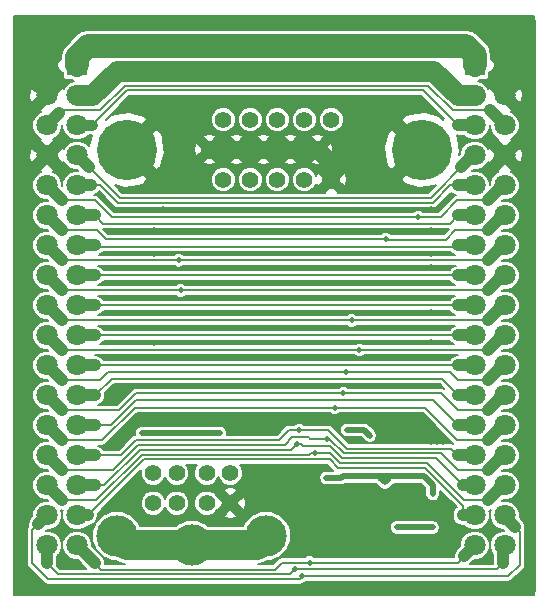
<source format=gbr>
G04 #@! TF.FileFunction,Copper,L2,Bot,Signal*
%FSLAX46Y46*%
G04 Gerber Fmt 4.6, Leading zero omitted, Abs format (unit mm)*
G04 Created by KiCad (PCBNEW 4.0.1-3.201512221401+6198~38~ubuntu15.10.1-stable) date Thu 31 Mar 2016 02:38:09 PM EEST*
%MOMM*%
G01*
G04 APERTURE LIST*
%ADD10C,0.100000*%
%ADD11C,1.400000*%
%ADD12C,5.100000*%
%ADD13R,1.750000X1.750000*%
%ADD14C,1.800000*%
%ADD15C,1.410000*%
%ADD16C,3.500000*%
%ADD17C,0.500000*%
%ADD18C,1.000000*%
%ADD19C,0.600000*%
%ADD20C,1.016000*%
%ADD21C,1.270000*%
%ADD22C,1.524000*%
%ADD23C,0.508000*%
%ADD24C,2.032000*%
%ADD25C,0.203200*%
%ADD26C,1.778000*%
%ADD27C,0.889000*%
%ADD28C,0.254000*%
%ADD29C,2.540000*%
G04 APERTURE END LIST*
D10*
D11*
X143171000Y-84350000D03*
X145457000Y-84350000D03*
X147743000Y-84350000D03*
X150029000Y-84350000D03*
X152315000Y-84350000D03*
X142028000Y-81810000D03*
X144314000Y-81810000D03*
X146600000Y-81810000D03*
X148886000Y-81810000D03*
X151172000Y-81810000D03*
X143171000Y-79270000D03*
X145457000Y-79270000D03*
X147743000Y-79270000D03*
X150029000Y-79270000D03*
X152315000Y-79270000D03*
D12*
X159997000Y-81810000D03*
X135003000Y-81810000D03*
D13*
X130810000Y-74676000D03*
D14*
X128270000Y-74676000D03*
X130810000Y-77216000D03*
X128270000Y-77216000D03*
X130810000Y-79756000D03*
X128270000Y-79756000D03*
X130810000Y-82296000D03*
X128270000Y-82296000D03*
X130810000Y-84836000D03*
X128270000Y-84836000D03*
X128270000Y-87376000D03*
X130810000Y-87376000D03*
X128270000Y-89916000D03*
X130810000Y-89916000D03*
X128270000Y-92456000D03*
X130810000Y-92456000D03*
X128270000Y-94996000D03*
X130810000Y-94996000D03*
X128270000Y-97536000D03*
X130810000Y-97536000D03*
X128270000Y-105156000D03*
X130810000Y-105156000D03*
X128270000Y-115316000D03*
X130810000Y-112776000D03*
X128270000Y-112776000D03*
X130810000Y-115316000D03*
X130810000Y-110236000D03*
X128270000Y-107696000D03*
X128270000Y-110236000D03*
X130810000Y-107696000D03*
X128270000Y-100076000D03*
X128270000Y-102616000D03*
X130810000Y-102616000D03*
X130810000Y-100076000D03*
D13*
X164465000Y-74676000D03*
D14*
X167005000Y-74676000D03*
X164465000Y-77216000D03*
X167005000Y-77216000D03*
X164465000Y-79756000D03*
X167005000Y-79756000D03*
X164465000Y-82296000D03*
X167005000Y-82296000D03*
X164465000Y-84836000D03*
X167005000Y-84836000D03*
X167005000Y-87376000D03*
X164465000Y-87376000D03*
X167005000Y-89916000D03*
X164465000Y-89916000D03*
X167005000Y-92456000D03*
X164465000Y-92456000D03*
X167005000Y-94996000D03*
X164465000Y-94996000D03*
X167005000Y-97536000D03*
X164465000Y-97536000D03*
X167005000Y-105156000D03*
X164465000Y-105156000D03*
X167005000Y-115316000D03*
X164465000Y-112776000D03*
X167005000Y-112776000D03*
X164465000Y-115316000D03*
X164465000Y-110236000D03*
X167005000Y-107696000D03*
X167005000Y-110236000D03*
X164465000Y-107696000D03*
X167005000Y-100076000D03*
X167005000Y-102616000D03*
X164465000Y-102616000D03*
X164465000Y-100076000D03*
D15*
X141770000Y-111730000D03*
X139230000Y-111730000D03*
X143760000Y-111730000D03*
X137240000Y-111730000D03*
X143760000Y-109190000D03*
X137240000Y-109190000D03*
X139230000Y-109190000D03*
X141770000Y-109190000D03*
D16*
X134200000Y-114500000D03*
X140500000Y-115300000D03*
X146800000Y-114500000D03*
D17*
X138049000Y-86855023D03*
X160782000Y-86855023D03*
X137287000Y-101854000D03*
X160782000Y-101854000D03*
X160782000Y-88646000D03*
X160782000Y-90624809D03*
X160782000Y-91734429D03*
X160782000Y-93091000D03*
X160782000Y-94361000D03*
X160782000Y-95550810D03*
X160782000Y-96901000D03*
X160782000Y-98090810D03*
X160782000Y-99441000D03*
X137287000Y-88646000D03*
X137287000Y-90624809D03*
X137287000Y-91821000D03*
X137287000Y-93091000D03*
X137287000Y-94361000D03*
X137287000Y-95631000D03*
X137287000Y-96901000D03*
X137287000Y-99441000D03*
X137287000Y-98171000D03*
D18*
X133295106Y-119126000D03*
X135890000Y-119126000D03*
X138430000Y-119126000D03*
X140970000Y-119126000D03*
X143510000Y-119126000D03*
X146050000Y-119126000D03*
X148590000Y-119126000D03*
X125984000Y-119126000D03*
X130683000Y-119126000D03*
X151003000Y-119126000D03*
X152781000Y-119126000D03*
X162052000Y-119126000D03*
X163957000Y-119126000D03*
X165735000Y-119126000D03*
X167640000Y-119126000D03*
X169164000Y-79756000D03*
X169164000Y-77216000D03*
X169164000Y-72898000D03*
X169164000Y-74673470D03*
X169105430Y-70993000D03*
X164973000Y-71120000D03*
X162560000Y-71120000D03*
X160020000Y-71120000D03*
X156845000Y-71120000D03*
X154305000Y-71120000D03*
X151765000Y-71120000D03*
X149225000Y-71120000D03*
X146685000Y-71120000D03*
X144145000Y-71120000D03*
X140970000Y-71120000D03*
X138430000Y-71120000D03*
X135890000Y-71120000D03*
X133350000Y-71120000D03*
X130810000Y-71120000D03*
X125984000Y-72898000D03*
X125984000Y-70993000D03*
X125984000Y-74676000D03*
X125984000Y-77216000D03*
X125984000Y-79883000D03*
D17*
X146284264Y-104267000D03*
X147447000Y-104267000D03*
X136652000Y-104267000D03*
X138811000Y-105029000D03*
X138049000Y-104267000D03*
X145268264Y-105283000D03*
X145288000Y-105791000D03*
X144653000Y-105791000D03*
X161798000Y-106553000D03*
X160782000Y-106553000D03*
X161290000Y-106553000D03*
X160020000Y-110363000D03*
X160020000Y-110871000D03*
X159512000Y-111379000D03*
X159512000Y-110363000D03*
X159512000Y-110871000D03*
X159004000Y-110363000D03*
X158496000Y-110363000D03*
X154305000Y-110490000D03*
X154305000Y-110998000D03*
D18*
X169164000Y-117856000D03*
X125984000Y-117221000D03*
X169164000Y-115316000D03*
X169164000Y-112776000D03*
X169164000Y-110236000D03*
X169164000Y-107696000D03*
X169164000Y-105156000D03*
X169164000Y-102616000D03*
X169164000Y-100076000D03*
X169164000Y-97536000D03*
X169164000Y-94996000D03*
X169164000Y-92456000D03*
X169164000Y-89916000D03*
X169164000Y-87376000D03*
X169164000Y-84836000D03*
X169164000Y-82296000D03*
X125984000Y-115316000D03*
X125984000Y-112776000D03*
X125984000Y-110236000D03*
X125984000Y-107696000D03*
X125984000Y-105156000D03*
X125984000Y-102616000D03*
X125984000Y-100076000D03*
X125984000Y-97409000D03*
X125984000Y-94996000D03*
X125984000Y-92456000D03*
X125984000Y-89916000D03*
X125984000Y-87376000D03*
X125984000Y-84836000D03*
X125984000Y-82296000D03*
D19*
X161798000Y-116141500D03*
D17*
X142875000Y-105791000D03*
X142113000Y-105791000D03*
X136282310Y-105802310D03*
X136779000Y-105791000D03*
X137287000Y-105791000D03*
X141351000Y-105791000D03*
X156845000Y-109982000D03*
X156845000Y-109474000D03*
D18*
X156210000Y-75184000D03*
D17*
X160898040Y-110474090D03*
X160903047Y-110984208D03*
X152527000Y-109601000D03*
X151892000Y-109601000D03*
X153162000Y-109601000D03*
X159674582Y-87519420D03*
X156937526Y-89409986D03*
X150922812Y-107478222D03*
X151981645Y-106275225D03*
X152612774Y-103658216D03*
X153340359Y-102442180D03*
X154046260Y-96267714D03*
X149224565Y-117348532D03*
X149883495Y-117923780D03*
X155572857Y-106008813D03*
X153648833Y-105537000D03*
X150494422Y-116760160D03*
X149402000Y-106718117D03*
X149599700Y-105549682D03*
X153599251Y-100671113D03*
X154682479Y-98756857D03*
X139419762Y-91179619D03*
X139573000Y-93726000D03*
X160909000Y-113792000D03*
X157861000Y-113792000D03*
D20*
X135890000Y-119126000D02*
X138430000Y-119126000D01*
X133295106Y-119126000D02*
X135890000Y-119126000D01*
X138430000Y-119126000D02*
X140970000Y-119126000D01*
X140970000Y-119126000D02*
X143510000Y-119126000D01*
X143510000Y-119126000D02*
X146050000Y-119126000D01*
X146050000Y-119126000D02*
X148590000Y-119126000D01*
X148590000Y-119126000D02*
X151003000Y-119126000D01*
X132588000Y-119126000D02*
X133295106Y-119126000D01*
X130683000Y-119126000D02*
X132588000Y-119126000D01*
X129921000Y-119126000D02*
X130683000Y-119126000D01*
X125984000Y-119126000D02*
X129921000Y-119126000D01*
X152781000Y-119126000D02*
X151003000Y-119126000D01*
X162052000Y-119126000D02*
X152781000Y-119126000D01*
X163957000Y-119126000D02*
X162052000Y-119126000D01*
X165735000Y-119126000D02*
X163957000Y-119126000D01*
X167640000Y-119126000D02*
X165735000Y-119126000D01*
X169164000Y-119126000D02*
X167640000Y-119126000D01*
X169164000Y-79756000D02*
X169164000Y-82296000D01*
X169164000Y-77216000D02*
X169164000Y-79756000D01*
X169164000Y-74673470D02*
X169164000Y-77216000D01*
X169164000Y-72898000D02*
X169164000Y-71049930D01*
X169164000Y-74673470D02*
X169164000Y-72898000D01*
X167132000Y-70993000D02*
X167005000Y-71120000D01*
X169164000Y-71049930D02*
X169106250Y-70992180D01*
X169106250Y-70992180D02*
X169105430Y-70993000D01*
X169105430Y-70993000D02*
X167132000Y-70993000D01*
X167005000Y-74676000D02*
X169161470Y-74676000D01*
X169161470Y-74676000D02*
X169164000Y-74673470D01*
D21*
X164973000Y-71120000D02*
X167005000Y-71120000D01*
X167005000Y-71120000D02*
X167005000Y-74676000D01*
X162560000Y-71120000D02*
X164973000Y-71120000D01*
X160020000Y-71120000D02*
X162560000Y-71120000D01*
X156845000Y-71120000D02*
X160020000Y-71120000D01*
X154305000Y-71120000D02*
X156845000Y-71120000D01*
X151765000Y-71120000D02*
X154305000Y-71120000D01*
X149225000Y-71120000D02*
X151765000Y-71120000D01*
X146685000Y-71120000D02*
X149225000Y-71120000D01*
X144145000Y-71120000D02*
X146685000Y-71120000D01*
X140970000Y-71120000D02*
X144145000Y-71120000D01*
X138430000Y-71120000D02*
X140970000Y-71120000D01*
X135890000Y-71120000D02*
X138430000Y-71120000D01*
X133350000Y-71120000D02*
X135890000Y-71120000D01*
X130810000Y-71120000D02*
X133350000Y-71120000D01*
X128294954Y-71120000D02*
X130810000Y-71120000D01*
D20*
X125984000Y-72898000D02*
X125984000Y-70993000D01*
X125984000Y-74676000D02*
X125984000Y-72898000D01*
X125984000Y-70993000D02*
X128167954Y-70993000D01*
X128167954Y-70993000D02*
X128294954Y-71120000D01*
D21*
X128270000Y-74676000D02*
X128270000Y-71144954D01*
X128270000Y-71144954D02*
X128294954Y-71120000D01*
D20*
X128270000Y-74676000D02*
X125984000Y-74676000D01*
X125984000Y-74676000D02*
X125984000Y-82296000D01*
D22*
X151172000Y-81810000D02*
X152315000Y-82953000D01*
X152315000Y-82953000D02*
X152315000Y-84350000D01*
X148886000Y-81810000D02*
X151172000Y-81810000D01*
X146600000Y-81810000D02*
X148886000Y-81810000D01*
X144314000Y-81810000D02*
X146600000Y-81810000D01*
X142028000Y-81810000D02*
X144314000Y-81810000D01*
D20*
X169164000Y-119126000D02*
X169164000Y-112776000D01*
X169164000Y-112776000D02*
X169164000Y-107696000D01*
X169164000Y-107696000D02*
X169164000Y-102616000D01*
X169164000Y-102616000D02*
X169164000Y-97536000D01*
X169164000Y-97536000D02*
X169164000Y-92456000D01*
X169164000Y-92456000D02*
X169164000Y-87376000D01*
X169164000Y-87376000D02*
X169164000Y-82296000D01*
X125984000Y-82296000D02*
X125984000Y-87376000D01*
X125984000Y-87376000D02*
X125984000Y-92456000D01*
X125984000Y-92456000D02*
X125984000Y-97409000D01*
X125984000Y-97409000D02*
X125984000Y-102616000D01*
X125984000Y-102616000D02*
X125984000Y-107696000D01*
X125984000Y-107696000D02*
X125984000Y-112776000D01*
X125984000Y-112776000D02*
X125984000Y-117221000D01*
X125984000Y-117221000D02*
X125984000Y-119126000D01*
D23*
X167005000Y-82296000D02*
X167005000Y-82169000D01*
X167005000Y-74676000D02*
X167005000Y-74549000D01*
D22*
X167005000Y-77216000D02*
X167005000Y-74676000D01*
X128270000Y-74676000D02*
X128270000Y-77216000D01*
D23*
X142875000Y-105791000D02*
X142113000Y-105791000D01*
X141351000Y-105791000D02*
X142113000Y-105791000D01*
X136779000Y-105791000D02*
X136299276Y-105791000D01*
X136299276Y-105791000D02*
X136285138Y-105805138D01*
X136779000Y-105791000D02*
X137287000Y-105791000D01*
X141224000Y-105791000D02*
X137287000Y-105791000D01*
X141351000Y-105791000D02*
X141224000Y-105791000D01*
D24*
X130810000Y-74676000D02*
X130790556Y-74656556D01*
X164470377Y-73760137D02*
X164470377Y-74670623D01*
X130790556Y-74656556D02*
X130790556Y-73971298D01*
X130790556Y-73971298D02*
X131755166Y-73006688D01*
X131755166Y-73006688D02*
X163716928Y-73006688D01*
X163716928Y-73006688D02*
X164470377Y-73760137D01*
X164470377Y-74670623D02*
X164465000Y-74676000D01*
D23*
X156464000Y-109474000D02*
X157226000Y-109474000D01*
X157226000Y-109474000D02*
X160147000Y-109474000D01*
X156845000Y-109982000D02*
X157226000Y-109601000D01*
X157226000Y-109601000D02*
X157226000Y-109474000D01*
X156845000Y-109982000D02*
X156464000Y-109601000D01*
X156464000Y-109601000D02*
X156464000Y-109474000D01*
X156845000Y-109982000D02*
X156845000Y-109474000D01*
X153289000Y-109474000D02*
X156464000Y-109474000D01*
D25*
X156845000Y-109474000D02*
X156464000Y-109474000D01*
D23*
X153162000Y-109601000D02*
X153289000Y-109474000D01*
X160147000Y-109474000D02*
X160898040Y-110225040D01*
X151892000Y-109601000D02*
X153162000Y-109601000D01*
X160898040Y-110474090D02*
X160898040Y-110205978D01*
X160898040Y-110474090D02*
X160898040Y-110225040D01*
X160903047Y-110984208D02*
X160903047Y-110479097D01*
X160903047Y-110479097D02*
X160898040Y-110474090D01*
D20*
X156210000Y-75184000D02*
X156917106Y-75184000D01*
X156986208Y-75114898D02*
X160970787Y-75114898D01*
X156917106Y-75184000D02*
X156986208Y-75114898D01*
D26*
X130810000Y-77216000D02*
X132049748Y-77216000D01*
X160970787Y-75114898D02*
X163071889Y-77216000D01*
X132049748Y-77216000D02*
X134150850Y-75114898D01*
X134150850Y-75114898D02*
X160970787Y-75114898D01*
X163071889Y-77216000D02*
X163192208Y-77216000D01*
X163192208Y-77216000D02*
X164465000Y-77216000D01*
D25*
X132080000Y-79756000D02*
X135047192Y-76788808D01*
X135047192Y-76788808D02*
X160100808Y-76788808D01*
X162560000Y-79248000D02*
X163068000Y-79756000D01*
X160100808Y-76788808D02*
X162560000Y-79248000D01*
D20*
X164465000Y-79756000D02*
X163068000Y-79756000D01*
D27*
X130810000Y-79756000D02*
X132080000Y-79756000D01*
D25*
X131832747Y-83312000D02*
X134414539Y-85893792D01*
X131826000Y-83312000D02*
X131832747Y-83312000D01*
X161112200Y-85521800D02*
X163322000Y-83312000D01*
X160740208Y-85893792D02*
X161112200Y-85521800D01*
X134414539Y-85893792D02*
X160740208Y-85893792D01*
D20*
X130810000Y-82296000D02*
X131826000Y-83312000D01*
X163322000Y-83312000D02*
X164338000Y-82296000D01*
X164465000Y-82296000D02*
X164338000Y-82296000D01*
D25*
X160936789Y-86300203D02*
X162400992Y-84836000D01*
X131953000Y-84836000D02*
X132781997Y-84836000D01*
X132781997Y-84836000D02*
X134246200Y-86300203D01*
X162400992Y-84836000D02*
X163068000Y-84836000D01*
X134246200Y-86300203D02*
X160936789Y-86300203D01*
D20*
X130429000Y-84836000D02*
X131953000Y-84836000D01*
X163068000Y-84836000D02*
X164465000Y-84836000D01*
D25*
X165596472Y-86094472D02*
X163003326Y-86094472D01*
X163003326Y-86094472D02*
X161578378Y-87519420D01*
X161578378Y-87519420D02*
X160028135Y-87519420D01*
X160028135Y-87519420D02*
X159674582Y-87519420D01*
X133763081Y-87519420D02*
X159321029Y-87519420D01*
X132349661Y-86106000D02*
X133763081Y-87519420D01*
X129540000Y-86106000D02*
X132349661Y-86106000D01*
X159321029Y-87519420D02*
X159674582Y-87519420D01*
D28*
X165608000Y-86106000D02*
X165596472Y-86094472D01*
D20*
X167005000Y-84836000D02*
X167132000Y-84836000D01*
X166878000Y-84836000D02*
X165608000Y-86106000D01*
X129540000Y-86106000D02*
X128270000Y-84836000D01*
D23*
X167005000Y-84836000D02*
X166878000Y-84836000D01*
D25*
X129540000Y-88646000D02*
X132457367Y-88646000D01*
X132457367Y-88646000D02*
X133221353Y-89409986D01*
X133221353Y-89409986D02*
X156583973Y-89409986D01*
X156583973Y-89409986D02*
X156937526Y-89409986D01*
X165608000Y-88646000D02*
X162802379Y-88646000D01*
X162035831Y-89412548D02*
X156940088Y-89412548D01*
X162802379Y-88646000D02*
X162035831Y-89412548D01*
X156940088Y-89412548D02*
X156937526Y-89409986D01*
D20*
X167005000Y-87376000D02*
X166878000Y-87376000D01*
X128270000Y-87376000D02*
X129540000Y-88646000D01*
X165608000Y-88646000D02*
X166878000Y-87376000D01*
D25*
X133032222Y-88074222D02*
X132334000Y-87376000D01*
X163068000Y-87376000D02*
X162369778Y-88074222D01*
X162369778Y-88074222D02*
X133032222Y-88074222D01*
D20*
X130810000Y-87376000D02*
X132334000Y-87376000D01*
X163068000Y-87376000D02*
X164465000Y-87376000D01*
D25*
X165608000Y-111506000D02*
X163563089Y-111506000D01*
X160398206Y-108341117D02*
X153051857Y-108341117D01*
X152188962Y-107478222D02*
X151276365Y-107478222D01*
X153051857Y-108341117D02*
X152188962Y-107478222D01*
X163563089Y-111506000D02*
X160398206Y-108341117D01*
X151276365Y-107478222D02*
X150922812Y-107478222D01*
X150569259Y-107478222D02*
X150922812Y-107478222D01*
X136292003Y-107631904D02*
X150415577Y-107631904D01*
X132417907Y-111506000D02*
X136292003Y-107631904D01*
X150415577Y-107631904D02*
X150569259Y-107478222D01*
X129540000Y-111506000D02*
X132417907Y-111506000D01*
D20*
X165608000Y-111506000D02*
X166878000Y-110236000D01*
X128270000Y-110236000D02*
X129540000Y-111506000D01*
X167005000Y-110236000D02*
X166878000Y-110236000D01*
D25*
X132450107Y-90032107D02*
X132387221Y-89969221D01*
X163014779Y-89969221D02*
X162951893Y-90032107D01*
X162951893Y-90032107D02*
X132450107Y-90032107D01*
D28*
X132387221Y-89969221D02*
X132334000Y-89916000D01*
X163068000Y-89916000D02*
X163014779Y-89969221D01*
D20*
X130810000Y-89916000D02*
X132334000Y-89916000D01*
X163068000Y-89916000D02*
X164465000Y-89916000D01*
D25*
X153388537Y-107528295D02*
X152135467Y-106275225D01*
X165608000Y-108966000D02*
X163068000Y-108966000D01*
X163068000Y-108966000D02*
X161630295Y-107528295D01*
X161630295Y-107528295D02*
X153388537Y-107528295D01*
X152135467Y-106275225D02*
X151981645Y-106275225D01*
X129540000Y-108966000D02*
X133808405Y-108966000D01*
X133808405Y-108966000D02*
X135967404Y-106807001D01*
X135967404Y-106807001D02*
X148365703Y-106807000D01*
X148365703Y-106807000D02*
X149032849Y-106139854D01*
X149032849Y-106139854D02*
X150402154Y-106139854D01*
X150402154Y-106139854D02*
X150537525Y-106275225D01*
X150537525Y-106275225D02*
X151981645Y-106275225D01*
D20*
X128270000Y-107696000D02*
X129540000Y-108966000D01*
X165608000Y-108966000D02*
X166878000Y-107696000D01*
X167005000Y-107696000D02*
X166878000Y-107696000D01*
D25*
X163068000Y-92456000D02*
X132334000Y-92456000D01*
D20*
X130810000Y-92456000D02*
X132334000Y-92456000D01*
X163068000Y-92456000D02*
X164465000Y-92456000D01*
D25*
X152259221Y-103658216D02*
X152612774Y-103658216D01*
X135715346Y-103658216D02*
X152259221Y-103658216D01*
X132947562Y-106426000D02*
X135715346Y-103658216D01*
X129540000Y-106426000D02*
X132947562Y-106426000D01*
X165608000Y-106426000D02*
X163004500Y-106426000D01*
X163004500Y-106426000D02*
X160251328Y-103672828D01*
X160251328Y-103672828D02*
X152627386Y-103672828D01*
X152627386Y-103672828D02*
X152612774Y-103658216D01*
D20*
X128270000Y-105156000D02*
X129540000Y-106426000D01*
X165608000Y-106426000D02*
X166878000Y-105156000D01*
X167005000Y-105156000D02*
X166878000Y-105156000D01*
D25*
X163068000Y-94996000D02*
X132334000Y-94996000D01*
D20*
X130810000Y-94996000D02*
X132334000Y-94996000D01*
X163068000Y-94996000D02*
X164465000Y-94996000D01*
D25*
X134338060Y-103886000D02*
X135781880Y-102442180D01*
X129540000Y-103886000D02*
X134338060Y-103886000D01*
X135781880Y-102442180D02*
X152986806Y-102442180D01*
X152986806Y-102442180D02*
X153340359Y-102442180D01*
X163068000Y-103886000D02*
X161624180Y-102442180D01*
X153693912Y-102442180D02*
X153340359Y-102442180D01*
X161624180Y-102442180D02*
X153693912Y-102442180D01*
X165608000Y-103886000D02*
X163068000Y-103886000D01*
D20*
X128270000Y-102616000D02*
X129540000Y-103886000D01*
X165608000Y-103886000D02*
X166878000Y-102616000D01*
X167005000Y-102616000D02*
X166878000Y-102616000D01*
D25*
X163068000Y-97536000D02*
X132334000Y-97536000D01*
D20*
X163068000Y-97536000D02*
X164465000Y-97536000D01*
X130810000Y-97536000D02*
X132334000Y-97536000D01*
D25*
X154049286Y-96267714D02*
X154046260Y-96267714D01*
X154051000Y-96266000D02*
X154049286Y-96267714D01*
X154051000Y-96266000D02*
X129540000Y-96266000D01*
X165608000Y-96266000D02*
X154051000Y-96266000D01*
D20*
X128270000Y-94996000D02*
X129540000Y-96266000D01*
X165608000Y-96266000D02*
X166878000Y-94996000D01*
X167005000Y-94996000D02*
X166878000Y-94996000D01*
D25*
X133642810Y-105156000D02*
X135801810Y-102997000D01*
X135801810Y-102997000D02*
X160909000Y-102997000D01*
X132334000Y-105156000D02*
X133642810Y-105156000D01*
X160909000Y-102997000D02*
X163068000Y-105156000D01*
D20*
X130810000Y-105156000D02*
X132334000Y-105156000D01*
X163068000Y-105156000D02*
X164465000Y-105156000D01*
D25*
X148803934Y-117769163D02*
X148974566Y-117598531D01*
X129199163Y-117769163D02*
X148803934Y-117769163D01*
X148974566Y-117598531D02*
X149224565Y-117348532D01*
X128270000Y-116840000D02*
X129199163Y-117769163D01*
X166878000Y-116840000D02*
X166369468Y-117348532D01*
X166369468Y-117348532D02*
X149578118Y-117348532D01*
X149578118Y-117348532D02*
X149224565Y-117348532D01*
D20*
X166878000Y-116840000D02*
X166878000Y-115443000D01*
X128270000Y-115316000D02*
X128270000Y-116840000D01*
D23*
X167005000Y-115316000D02*
X166878000Y-115443000D01*
D25*
X152174305Y-108038315D02*
X136460343Y-108038315D01*
X163449000Y-112776000D02*
X163449000Y-111966662D01*
X131722658Y-112776000D02*
X131699000Y-112776000D01*
X160229866Y-108747528D02*
X152883517Y-108747528D01*
X152883517Y-108747528D02*
X152174305Y-108038315D01*
X163449000Y-111966662D02*
X160229866Y-108747528D01*
X136460343Y-108038315D02*
X131722658Y-112776000D01*
D20*
X163449000Y-112776000D02*
X164465000Y-112776000D01*
X130810000Y-112776000D02*
X131699000Y-112776000D01*
D25*
X127508000Y-113538000D02*
X127000000Y-114046000D01*
X127000000Y-114046000D02*
X127000000Y-116840000D01*
X127000000Y-116840000D02*
X128335574Y-118175574D01*
X128335574Y-118175574D02*
X149631701Y-118175574D01*
X149631701Y-118175574D02*
X149633496Y-118173779D01*
X149633496Y-118173779D02*
X149883495Y-117923780D01*
X167318220Y-117923780D02*
X150237048Y-117923780D01*
X167894000Y-113792000D02*
X168275000Y-114173000D01*
X168275000Y-116967000D02*
X167318220Y-117923780D01*
X150237048Y-117923780D02*
X149883495Y-117923780D01*
X168275000Y-114173000D02*
X168275000Y-116967000D01*
D20*
X127508000Y-113538000D02*
X128270000Y-112776000D01*
X167894000Y-113792000D02*
X167005000Y-112903000D01*
X167005000Y-112776000D02*
X167005000Y-112903000D01*
D23*
X155322858Y-105758814D02*
X155572857Y-106008813D01*
X155101044Y-105537000D02*
X155322858Y-105758814D01*
X153648833Y-105537000D02*
X155101044Y-105537000D01*
D25*
X150494422Y-116760160D02*
X150491588Y-116762994D01*
X150491588Y-116762994D02*
X148159006Y-116762994D01*
X148159006Y-116762994D02*
X147564475Y-117357525D01*
X147564475Y-117357525D02*
X132851525Y-117357525D01*
X132851525Y-117357525D02*
X132334000Y-116840000D01*
X163576000Y-116205000D02*
X163020840Y-116760160D01*
X163020840Y-116760160D02*
X150847975Y-116760160D01*
X150847975Y-116760160D02*
X150494422Y-116760160D01*
D20*
X164465000Y-115316000D02*
X163576000Y-116205000D01*
X130810000Y-115316000D02*
X132334000Y-116840000D01*
D25*
X149927288Y-106889852D02*
X149755553Y-106718117D01*
X152175344Y-106889852D02*
X149927288Y-106889852D01*
X163449000Y-110236000D02*
X161147706Y-107934706D01*
X149755553Y-106718117D02*
X149402000Y-106718117D01*
X153220197Y-107934706D02*
X152175344Y-106889852D01*
X161147706Y-107934706D02*
X153220197Y-107934706D01*
X133113155Y-110236000D02*
X136123662Y-107225493D01*
X132334000Y-110236000D02*
X133113155Y-110236000D01*
X149152001Y-106968116D02*
X149402000Y-106718117D01*
X148894624Y-107225493D02*
X149152001Y-106968116D01*
X136123662Y-107225493D02*
X148894624Y-107225493D01*
D20*
X164465000Y-110236000D02*
X163449000Y-110236000D01*
X132334000Y-110236000D02*
X130810000Y-110236000D01*
D25*
X149953253Y-105549682D02*
X149599700Y-105549682D01*
X163068000Y-107696000D02*
X162493884Y-107121884D01*
X152076011Y-105549682D02*
X149953253Y-105549682D01*
X162493884Y-107121884D02*
X153648213Y-107121884D01*
X153648213Y-107121884D02*
X152076011Y-105549682D01*
X147873518Y-106400590D02*
X148724426Y-105549682D01*
X149246147Y-105549682D02*
X149599700Y-105549682D01*
X134503654Y-107696000D02*
X135799064Y-106400590D01*
X148724426Y-105549682D02*
X149246147Y-105549682D01*
X132334000Y-107696000D02*
X134503654Y-107696000D01*
X135799064Y-106400590D02*
X147873518Y-106400590D01*
D20*
X132334000Y-107696000D02*
X130810000Y-107696000D01*
X163068000Y-107696000D02*
X164465000Y-107696000D01*
D25*
X129540000Y-101346000D02*
X132761626Y-101346000D01*
X132761626Y-101346000D02*
X133436513Y-100671113D01*
X133436513Y-100671113D02*
X153245698Y-100671113D01*
X153245698Y-100671113D02*
X153599251Y-100671113D01*
X162337403Y-100671113D02*
X153952804Y-100671113D01*
X163012290Y-101346000D02*
X162337403Y-100671113D01*
X165608000Y-101346000D02*
X163012290Y-101346000D01*
X153952804Y-100671113D02*
X153599251Y-100671113D01*
D20*
X166878000Y-100076000D02*
X165608000Y-101346000D01*
X129540000Y-101346000D02*
X128270000Y-100076000D01*
X167005000Y-100076000D02*
X166878000Y-100076000D01*
D25*
X154328926Y-98756857D02*
X154682479Y-98756857D01*
X155036032Y-98756857D02*
X154682479Y-98756857D01*
X129589143Y-98756857D02*
X154328926Y-98756857D01*
X165585927Y-98783927D02*
X165558857Y-98756857D01*
X129562073Y-98783927D02*
X129589143Y-98756857D01*
X165558857Y-98756857D02*
X155036032Y-98756857D01*
D28*
X129540000Y-98806000D02*
X129562073Y-98783927D01*
X165608000Y-98806000D02*
X165585927Y-98783927D01*
D20*
X165608000Y-98806000D02*
X166878000Y-97536000D01*
X128270000Y-97536000D02*
X129540000Y-98806000D01*
X167005000Y-97536000D02*
X166878000Y-97536000D01*
D25*
X132334000Y-102616000D02*
X133719696Y-101230304D01*
X133719696Y-101230304D02*
X161682304Y-101230304D01*
X161682304Y-101230304D02*
X163068000Y-102616000D01*
D20*
X163068000Y-102616000D02*
X164465000Y-102616000D01*
X130810000Y-102616000D02*
X132334000Y-102616000D01*
D25*
X163068000Y-100076000D02*
X132334000Y-100076000D01*
D20*
X163068000Y-100076000D02*
X164465000Y-100076000D01*
X130810000Y-100076000D02*
X132334000Y-100076000D01*
D25*
X160549984Y-76382397D02*
X162653587Y-78486000D01*
X134878852Y-76382397D02*
X160549984Y-76382397D01*
X132775249Y-78486000D02*
X134878852Y-76382397D01*
X162653587Y-78486000D02*
X165735000Y-78486000D01*
X129540000Y-78486000D02*
X132775249Y-78486000D01*
X129286000Y-78740000D02*
X129540000Y-78486000D01*
D20*
X167005000Y-79756000D02*
X165735000Y-78486000D01*
X128270000Y-79756000D02*
X129286000Y-78740000D01*
D28*
X129540000Y-91186000D02*
X129546381Y-91179619D01*
D25*
X129546381Y-91179619D02*
X139066209Y-91179619D01*
X139773315Y-91179619D02*
X139419762Y-91179619D01*
X165601619Y-91179619D02*
X139773315Y-91179619D01*
X139066209Y-91179619D02*
X139419762Y-91179619D01*
X165608000Y-91186000D02*
X165601619Y-91179619D01*
D20*
X128270000Y-89916000D02*
X129540000Y-91186000D01*
X165608000Y-91186000D02*
X166878000Y-89916000D01*
X167005000Y-89916000D02*
X166878000Y-89916000D01*
D25*
X165608000Y-93726000D02*
X139573000Y-93726000D01*
X139573000Y-93726000D02*
X129540000Y-93726000D01*
D20*
X128270000Y-92456000D02*
X129540000Y-93726000D01*
X165608000Y-93726000D02*
X166878000Y-92456000D01*
X167005000Y-92456000D02*
X166878000Y-92456000D01*
D29*
X134200000Y-114500000D02*
X135000000Y-115300000D01*
X140500000Y-115300000D02*
X146000000Y-115300000D01*
X146000000Y-115300000D02*
X146800000Y-114500000D01*
X135000000Y-115300000D02*
X140500000Y-115300000D01*
D23*
X157861000Y-113792000D02*
X160909000Y-113792000D01*
D25*
G36*
X169517400Y-119517400D02*
X125482600Y-119517400D01*
X125482600Y-114046000D01*
X126542800Y-114046000D01*
X126542800Y-116840000D01*
X126577602Y-117014963D01*
X126676711Y-117163289D01*
X128012285Y-118498863D01*
X128160611Y-118597972D01*
X128335574Y-118632774D01*
X149631701Y-118632774D01*
X149806664Y-118597972D01*
X149909286Y-118529402D01*
X150003428Y-118529484D01*
X150226091Y-118437482D01*
X150282692Y-118380980D01*
X167318220Y-118380980D01*
X167493183Y-118346178D01*
X167641509Y-118247069D01*
X168598289Y-117290289D01*
X168697398Y-117141963D01*
X168732200Y-116967000D01*
X168732200Y-114173000D01*
X168707007Y-114046346D01*
X168757600Y-113792000D01*
X168691862Y-113461515D01*
X168504658Y-113181343D01*
X168260460Y-112937146D01*
X168260818Y-112527341D01*
X168070067Y-112065689D01*
X167717169Y-111712175D01*
X167255850Y-111520618D01*
X166815081Y-111520233D01*
X166843854Y-111491460D01*
X167253659Y-111491818D01*
X167715311Y-111301067D01*
X168068825Y-110948169D01*
X168260382Y-110486850D01*
X168260818Y-109987341D01*
X168070067Y-109525689D01*
X167717169Y-109172175D01*
X167255850Y-108980618D01*
X166815081Y-108980233D01*
X166843854Y-108951460D01*
X167253659Y-108951818D01*
X167715311Y-108761067D01*
X168068825Y-108408169D01*
X168260382Y-107946850D01*
X168260818Y-107447341D01*
X168070067Y-106985689D01*
X167717169Y-106632175D01*
X167255850Y-106440618D01*
X166815081Y-106440233D01*
X166843854Y-106411460D01*
X167253659Y-106411818D01*
X167715311Y-106221067D01*
X168068825Y-105868169D01*
X168260382Y-105406850D01*
X168260818Y-104907341D01*
X168070067Y-104445689D01*
X167717169Y-104092175D01*
X167255850Y-103900618D01*
X166815081Y-103900233D01*
X166843854Y-103871460D01*
X167253659Y-103871818D01*
X167715311Y-103681067D01*
X168068825Y-103328169D01*
X168260382Y-102866850D01*
X168260818Y-102367341D01*
X168070067Y-101905689D01*
X167717169Y-101552175D01*
X167255850Y-101360618D01*
X166815081Y-101360233D01*
X166843854Y-101331460D01*
X167253659Y-101331818D01*
X167715311Y-101141067D01*
X168068825Y-100788169D01*
X168260382Y-100326850D01*
X168260818Y-99827341D01*
X168070067Y-99365689D01*
X167717169Y-99012175D01*
X167255850Y-98820618D01*
X166815081Y-98820233D01*
X166843854Y-98791460D01*
X167253659Y-98791818D01*
X167715311Y-98601067D01*
X168068825Y-98248169D01*
X168260382Y-97786850D01*
X168260818Y-97287341D01*
X168070067Y-96825689D01*
X167717169Y-96472175D01*
X167255850Y-96280618D01*
X166815081Y-96280233D01*
X166843854Y-96251460D01*
X167253659Y-96251818D01*
X167715311Y-96061067D01*
X168068825Y-95708169D01*
X168260382Y-95246850D01*
X168260818Y-94747341D01*
X168070067Y-94285689D01*
X167717169Y-93932175D01*
X167255850Y-93740618D01*
X166815081Y-93740233D01*
X166843854Y-93711460D01*
X167253659Y-93711818D01*
X167715311Y-93521067D01*
X168068825Y-93168169D01*
X168260382Y-92706850D01*
X168260818Y-92207341D01*
X168070067Y-91745689D01*
X167717169Y-91392175D01*
X167255850Y-91200618D01*
X166815081Y-91200233D01*
X166843854Y-91171460D01*
X167253659Y-91171818D01*
X167715311Y-90981067D01*
X168068825Y-90628169D01*
X168260382Y-90166850D01*
X168260818Y-89667341D01*
X168070067Y-89205689D01*
X167717169Y-88852175D01*
X167255850Y-88660618D01*
X166815081Y-88660233D01*
X166843854Y-88631460D01*
X167253659Y-88631818D01*
X167715311Y-88441067D01*
X168068825Y-88088169D01*
X168260382Y-87626850D01*
X168260818Y-87127341D01*
X168070067Y-86665689D01*
X167717169Y-86312175D01*
X167255850Y-86120618D01*
X166815081Y-86120233D01*
X166843854Y-86091460D01*
X167253659Y-86091818D01*
X167715311Y-85901067D01*
X168068825Y-85548169D01*
X168260382Y-85086850D01*
X168260818Y-84587341D01*
X168070067Y-84125689D01*
X167717169Y-83772175D01*
X167534511Y-83696329D01*
X167614338Y-83541734D01*
X167005000Y-82932396D01*
X166395662Y-83541734D01*
X166475446Y-83696246D01*
X166294689Y-83770933D01*
X165941175Y-84123831D01*
X165749618Y-84585150D01*
X165749480Y-84743205D01*
X165720657Y-84772029D01*
X165720818Y-84587341D01*
X165530067Y-84125689D01*
X165177169Y-83772175D01*
X164715850Y-83580618D01*
X164275081Y-83580233D01*
X164303854Y-83551460D01*
X164713659Y-83551818D01*
X165175311Y-83361067D01*
X165528825Y-83008169D01*
X165604671Y-82825511D01*
X165759266Y-82905338D01*
X166368604Y-82296000D01*
X167641396Y-82296000D01*
X168250734Y-82905338D01*
X168460315Y-82797118D01*
X168541305Y-82202048D01*
X168460315Y-81794882D01*
X168250734Y-81686662D01*
X167641396Y-82296000D01*
X166368604Y-82296000D01*
X165759266Y-81686662D01*
X165604754Y-81766446D01*
X165530067Y-81585689D01*
X165177169Y-81232175D01*
X164715850Y-81040618D01*
X164216341Y-81040182D01*
X163754689Y-81230933D01*
X163401175Y-81583831D01*
X163209618Y-82045150D01*
X163209480Y-82203206D01*
X163147644Y-82265042D01*
X163210772Y-82033002D01*
X163051477Y-80786169D01*
X162974803Y-80601062D01*
X163068000Y-80619600D01*
X163552955Y-80619600D01*
X163752831Y-80819825D01*
X164214150Y-81011382D01*
X164713659Y-81011818D01*
X165175311Y-80821067D01*
X165528825Y-80468169D01*
X165720382Y-80006850D01*
X165720656Y-79692970D01*
X165749429Y-79721743D01*
X165749182Y-80004659D01*
X165939933Y-80466311D01*
X166292831Y-80819825D01*
X166475489Y-80895671D01*
X166395662Y-81050266D01*
X167005000Y-81659604D01*
X167614338Y-81050266D01*
X167534554Y-80895754D01*
X167715311Y-80821067D01*
X168068825Y-80468169D01*
X168260382Y-80006850D01*
X168260818Y-79507341D01*
X168070067Y-79045689D01*
X167717169Y-78692175D01*
X167534511Y-78616329D01*
X167614338Y-78461734D01*
X167005000Y-77852396D01*
X166931885Y-77925511D01*
X166295489Y-77289115D01*
X166368604Y-77216000D01*
X167641396Y-77216000D01*
X168250734Y-77825338D01*
X168460315Y-77717118D01*
X168541305Y-77122048D01*
X168460315Y-76714882D01*
X168250734Y-76606662D01*
X167641396Y-77216000D01*
X166368604Y-77216000D01*
X165759266Y-76606662D01*
X165604754Y-76686446D01*
X165530067Y-76505689D01*
X165177169Y-76152175D01*
X164776234Y-75985692D01*
X164989888Y-75943193D01*
X165022003Y-75921734D01*
X166395662Y-75921734D01*
X166408192Y-75946000D01*
X166395662Y-75970266D01*
X166447478Y-76022082D01*
X166503882Y-76131315D01*
X166565034Y-76139638D01*
X167005000Y-76579604D01*
X167440171Y-76144433D01*
X167506118Y-76131315D01*
X167562522Y-76022082D01*
X167614338Y-75970266D01*
X167601808Y-75946000D01*
X167614338Y-75921734D01*
X167562522Y-75869918D01*
X167506118Y-75760685D01*
X167444966Y-75752362D01*
X167005000Y-75312396D01*
X166569829Y-75747567D01*
X166503882Y-75760685D01*
X166447478Y-75869918D01*
X166395662Y-75921734D01*
X165022003Y-75921734D01*
X165034228Y-75913566D01*
X165340000Y-75913566D01*
X165471777Y-75888770D01*
X165592807Y-75810890D01*
X165674001Y-75692058D01*
X165702566Y-75551000D01*
X165702566Y-75256060D01*
X165759266Y-75285338D01*
X166368604Y-74676000D01*
X167641396Y-74676000D01*
X168250734Y-75285338D01*
X168460315Y-75177118D01*
X168541305Y-74582048D01*
X168460315Y-74174882D01*
X168250734Y-74066662D01*
X167641396Y-74676000D01*
X166368604Y-74676000D01*
X165841977Y-74149373D01*
X165841977Y-73760142D01*
X165841978Y-73760137D01*
X165776363Y-73430266D01*
X166395662Y-73430266D01*
X167005000Y-74039604D01*
X167614338Y-73430266D01*
X167506118Y-73220685D01*
X166911048Y-73139695D01*
X166503882Y-73220685D01*
X166395662Y-73430266D01*
X165776363Y-73430266D01*
X165750256Y-73299023D01*
X165737570Y-73235248D01*
X165440245Y-72790269D01*
X164686796Y-72036820D01*
X164241817Y-71739495D01*
X163716928Y-71635088D01*
X131755171Y-71635088D01*
X131755166Y-71635087D01*
X131230278Y-71739494D01*
X131230276Y-71739495D01*
X131230277Y-71739495D01*
X130785298Y-72036820D01*
X130785296Y-72036823D01*
X129820688Y-73001430D01*
X129523363Y-73446409D01*
X129418956Y-73971298D01*
X129418956Y-74163440D01*
X128906396Y-74676000D01*
X129515734Y-75285338D01*
X129572434Y-75256060D01*
X129572434Y-75551000D01*
X129597230Y-75682777D01*
X129675110Y-75803807D01*
X129793942Y-75885001D01*
X129935000Y-75913566D01*
X130240772Y-75913566D01*
X130285112Y-75943193D01*
X130499331Y-75985804D01*
X130099689Y-76150933D01*
X129746175Y-76503831D01*
X129670329Y-76686489D01*
X129515734Y-76606662D01*
X128906396Y-77216000D01*
X128979511Y-77289115D01*
X128343115Y-77925511D01*
X128270000Y-77852396D01*
X127660662Y-78461734D01*
X127740446Y-78616246D01*
X127559689Y-78690933D01*
X127206175Y-79043831D01*
X127014618Y-79505150D01*
X127014182Y-80004659D01*
X127204933Y-80466311D01*
X127557831Y-80819825D01*
X127740489Y-80895671D01*
X127660662Y-81050266D01*
X128270000Y-81659604D01*
X128879338Y-81050266D01*
X128799554Y-80895754D01*
X128980311Y-80821067D01*
X129333825Y-80468169D01*
X129525382Y-80006850D01*
X129525631Y-79721683D01*
X129554454Y-79692860D01*
X129554182Y-80004659D01*
X129744933Y-80466311D01*
X130097831Y-80819825D01*
X130559150Y-81011382D01*
X131058659Y-81011818D01*
X131520311Y-80821067D01*
X131785741Y-80556100D01*
X132069691Y-80556100D01*
X131807892Y-81518396D01*
X131522169Y-81232175D01*
X131060850Y-81040618D01*
X130561341Y-81040182D01*
X130099689Y-81230933D01*
X129746175Y-81583831D01*
X129670329Y-81766489D01*
X129515734Y-81686662D01*
X128906396Y-82296000D01*
X129515734Y-82905338D01*
X129670246Y-82825554D01*
X129744933Y-83006311D01*
X130097831Y-83359825D01*
X130559150Y-83551382D01*
X130844317Y-83551631D01*
X130873140Y-83580454D01*
X130561341Y-83580182D01*
X130099689Y-83770933D01*
X129746175Y-84123831D01*
X129554618Y-84585150D01*
X129554344Y-84899029D01*
X129525571Y-84870257D01*
X129525818Y-84587341D01*
X129335067Y-84125689D01*
X128982169Y-83772175D01*
X128799511Y-83696329D01*
X128879338Y-83541734D01*
X128270000Y-82932396D01*
X127660662Y-83541734D01*
X127740446Y-83696246D01*
X127559689Y-83770933D01*
X127206175Y-84123831D01*
X127014618Y-84585150D01*
X127014182Y-85084659D01*
X127204933Y-85546311D01*
X127557831Y-85899825D01*
X128019150Y-86091382D01*
X128304316Y-86091631D01*
X128333140Y-86120454D01*
X128021341Y-86120182D01*
X127559689Y-86310933D01*
X127206175Y-86663831D01*
X127014618Y-87125150D01*
X127014182Y-87624659D01*
X127204933Y-88086311D01*
X127557831Y-88439825D01*
X128019150Y-88631382D01*
X128304316Y-88631631D01*
X128333140Y-88660454D01*
X128021341Y-88660182D01*
X127559689Y-88850933D01*
X127206175Y-89203831D01*
X127014618Y-89665150D01*
X127014182Y-90164659D01*
X127204933Y-90626311D01*
X127557831Y-90979825D01*
X128019150Y-91171382D01*
X128304316Y-91171631D01*
X128333140Y-91200454D01*
X128021341Y-91200182D01*
X127559689Y-91390933D01*
X127206175Y-91743831D01*
X127014618Y-92205150D01*
X127014182Y-92704659D01*
X127204933Y-93166311D01*
X127557831Y-93519825D01*
X128019150Y-93711382D01*
X128304316Y-93711631D01*
X128333140Y-93740454D01*
X128021341Y-93740182D01*
X127559689Y-93930933D01*
X127206175Y-94283831D01*
X127014618Y-94745150D01*
X127014182Y-95244659D01*
X127204933Y-95706311D01*
X127557831Y-96059825D01*
X128019150Y-96251382D01*
X128304316Y-96251631D01*
X128333140Y-96280454D01*
X128021341Y-96280182D01*
X127559689Y-96470933D01*
X127206175Y-96823831D01*
X127014618Y-97285150D01*
X127014182Y-97784659D01*
X127204933Y-98246311D01*
X127557831Y-98599825D01*
X128019150Y-98791382D01*
X128304316Y-98791631D01*
X128333140Y-98820454D01*
X128021341Y-98820182D01*
X127559689Y-99010933D01*
X127206175Y-99363831D01*
X127014618Y-99825150D01*
X127014182Y-100324659D01*
X127204933Y-100786311D01*
X127557831Y-101139825D01*
X128019150Y-101331382D01*
X128304316Y-101331631D01*
X128333140Y-101360454D01*
X128021341Y-101360182D01*
X127559689Y-101550933D01*
X127206175Y-101903831D01*
X127014618Y-102365150D01*
X127014182Y-102864659D01*
X127204933Y-103326311D01*
X127557831Y-103679825D01*
X128019150Y-103871382D01*
X128304316Y-103871631D01*
X128333140Y-103900454D01*
X128021341Y-103900182D01*
X127559689Y-104090933D01*
X127206175Y-104443831D01*
X127014618Y-104905150D01*
X127014182Y-105404659D01*
X127204933Y-105866311D01*
X127557831Y-106219825D01*
X128019150Y-106411382D01*
X128304316Y-106411631D01*
X128333140Y-106440454D01*
X128021341Y-106440182D01*
X127559689Y-106630933D01*
X127206175Y-106983831D01*
X127014618Y-107445150D01*
X127014182Y-107944659D01*
X127204933Y-108406311D01*
X127557831Y-108759825D01*
X128019150Y-108951382D01*
X128304316Y-108951631D01*
X128333140Y-108980454D01*
X128021341Y-108980182D01*
X127559689Y-109170933D01*
X127206175Y-109523831D01*
X127014618Y-109985150D01*
X127014182Y-110484659D01*
X127204933Y-110946311D01*
X127557831Y-111299825D01*
X128019150Y-111491382D01*
X128304316Y-111491631D01*
X128333140Y-111520454D01*
X128021341Y-111520182D01*
X127559689Y-111710933D01*
X127206175Y-112063831D01*
X127014618Y-112525150D01*
X127014369Y-112810317D01*
X126897343Y-112927343D01*
X126710138Y-113207515D01*
X126644401Y-113538000D01*
X126680407Y-113719015D01*
X126676711Y-113722711D01*
X126577602Y-113871037D01*
X126542800Y-114046000D01*
X125482600Y-114046000D01*
X125482600Y-82389952D01*
X126733695Y-82389952D01*
X126814685Y-82797118D01*
X127024266Y-82905338D01*
X127633604Y-82296000D01*
X127024266Y-81686662D01*
X126814685Y-81794882D01*
X126733695Y-82389952D01*
X125482600Y-82389952D01*
X125482600Y-77309952D01*
X126733695Y-77309952D01*
X126814685Y-77717118D01*
X127024266Y-77825338D01*
X127633604Y-77216000D01*
X127024266Y-76606662D01*
X126814685Y-76714882D01*
X126733695Y-77309952D01*
X125482600Y-77309952D01*
X125482600Y-75921734D01*
X127660662Y-75921734D01*
X127673192Y-75946000D01*
X127660662Y-75970266D01*
X127712478Y-76022082D01*
X127768882Y-76131315D01*
X127830034Y-76139638D01*
X128270000Y-76579604D01*
X128705171Y-76144433D01*
X128771118Y-76131315D01*
X128827522Y-76022082D01*
X128879338Y-75970266D01*
X128866808Y-75946000D01*
X128879338Y-75921734D01*
X128827522Y-75869918D01*
X128771118Y-75760685D01*
X128709966Y-75752362D01*
X128270000Y-75312396D01*
X127834829Y-75747567D01*
X127768882Y-75760685D01*
X127712478Y-75869918D01*
X127660662Y-75921734D01*
X125482600Y-75921734D01*
X125482600Y-74769952D01*
X126733695Y-74769952D01*
X126814685Y-75177118D01*
X127024266Y-75285338D01*
X127633604Y-74676000D01*
X127024266Y-74066662D01*
X126814685Y-74174882D01*
X126733695Y-74769952D01*
X125482600Y-74769952D01*
X125482600Y-73430266D01*
X127660662Y-73430266D01*
X128270000Y-74039604D01*
X128879338Y-73430266D01*
X128771118Y-73220685D01*
X128176048Y-73139695D01*
X127768882Y-73220685D01*
X127660662Y-73430266D01*
X125482600Y-73430266D01*
X125482600Y-70482600D01*
X169517400Y-70482600D01*
X169517400Y-119517400D01*
X169517400Y-119517400D01*
G37*
X169517400Y-119517400D02*
X125482600Y-119517400D01*
X125482600Y-114046000D01*
X126542800Y-114046000D01*
X126542800Y-116840000D01*
X126577602Y-117014963D01*
X126676711Y-117163289D01*
X128012285Y-118498863D01*
X128160611Y-118597972D01*
X128335574Y-118632774D01*
X149631701Y-118632774D01*
X149806664Y-118597972D01*
X149909286Y-118529402D01*
X150003428Y-118529484D01*
X150226091Y-118437482D01*
X150282692Y-118380980D01*
X167318220Y-118380980D01*
X167493183Y-118346178D01*
X167641509Y-118247069D01*
X168598289Y-117290289D01*
X168697398Y-117141963D01*
X168732200Y-116967000D01*
X168732200Y-114173000D01*
X168707007Y-114046346D01*
X168757600Y-113792000D01*
X168691862Y-113461515D01*
X168504658Y-113181343D01*
X168260460Y-112937146D01*
X168260818Y-112527341D01*
X168070067Y-112065689D01*
X167717169Y-111712175D01*
X167255850Y-111520618D01*
X166815081Y-111520233D01*
X166843854Y-111491460D01*
X167253659Y-111491818D01*
X167715311Y-111301067D01*
X168068825Y-110948169D01*
X168260382Y-110486850D01*
X168260818Y-109987341D01*
X168070067Y-109525689D01*
X167717169Y-109172175D01*
X167255850Y-108980618D01*
X166815081Y-108980233D01*
X166843854Y-108951460D01*
X167253659Y-108951818D01*
X167715311Y-108761067D01*
X168068825Y-108408169D01*
X168260382Y-107946850D01*
X168260818Y-107447341D01*
X168070067Y-106985689D01*
X167717169Y-106632175D01*
X167255850Y-106440618D01*
X166815081Y-106440233D01*
X166843854Y-106411460D01*
X167253659Y-106411818D01*
X167715311Y-106221067D01*
X168068825Y-105868169D01*
X168260382Y-105406850D01*
X168260818Y-104907341D01*
X168070067Y-104445689D01*
X167717169Y-104092175D01*
X167255850Y-103900618D01*
X166815081Y-103900233D01*
X166843854Y-103871460D01*
X167253659Y-103871818D01*
X167715311Y-103681067D01*
X168068825Y-103328169D01*
X168260382Y-102866850D01*
X168260818Y-102367341D01*
X168070067Y-101905689D01*
X167717169Y-101552175D01*
X167255850Y-101360618D01*
X166815081Y-101360233D01*
X166843854Y-101331460D01*
X167253659Y-101331818D01*
X167715311Y-101141067D01*
X168068825Y-100788169D01*
X168260382Y-100326850D01*
X168260818Y-99827341D01*
X168070067Y-99365689D01*
X167717169Y-99012175D01*
X167255850Y-98820618D01*
X166815081Y-98820233D01*
X166843854Y-98791460D01*
X167253659Y-98791818D01*
X167715311Y-98601067D01*
X168068825Y-98248169D01*
X168260382Y-97786850D01*
X168260818Y-97287341D01*
X168070067Y-96825689D01*
X167717169Y-96472175D01*
X167255850Y-96280618D01*
X166815081Y-96280233D01*
X166843854Y-96251460D01*
X167253659Y-96251818D01*
X167715311Y-96061067D01*
X168068825Y-95708169D01*
X168260382Y-95246850D01*
X168260818Y-94747341D01*
X168070067Y-94285689D01*
X167717169Y-93932175D01*
X167255850Y-93740618D01*
X166815081Y-93740233D01*
X166843854Y-93711460D01*
X167253659Y-93711818D01*
X167715311Y-93521067D01*
X168068825Y-93168169D01*
X168260382Y-92706850D01*
X168260818Y-92207341D01*
X168070067Y-91745689D01*
X167717169Y-91392175D01*
X167255850Y-91200618D01*
X166815081Y-91200233D01*
X166843854Y-91171460D01*
X167253659Y-91171818D01*
X167715311Y-90981067D01*
X168068825Y-90628169D01*
X168260382Y-90166850D01*
X168260818Y-89667341D01*
X168070067Y-89205689D01*
X167717169Y-88852175D01*
X167255850Y-88660618D01*
X166815081Y-88660233D01*
X166843854Y-88631460D01*
X167253659Y-88631818D01*
X167715311Y-88441067D01*
X168068825Y-88088169D01*
X168260382Y-87626850D01*
X168260818Y-87127341D01*
X168070067Y-86665689D01*
X167717169Y-86312175D01*
X167255850Y-86120618D01*
X166815081Y-86120233D01*
X166843854Y-86091460D01*
X167253659Y-86091818D01*
X167715311Y-85901067D01*
X168068825Y-85548169D01*
X168260382Y-85086850D01*
X168260818Y-84587341D01*
X168070067Y-84125689D01*
X167717169Y-83772175D01*
X167534511Y-83696329D01*
X167614338Y-83541734D01*
X167005000Y-82932396D01*
X166395662Y-83541734D01*
X166475446Y-83696246D01*
X166294689Y-83770933D01*
X165941175Y-84123831D01*
X165749618Y-84585150D01*
X165749480Y-84743205D01*
X165720657Y-84772029D01*
X165720818Y-84587341D01*
X165530067Y-84125689D01*
X165177169Y-83772175D01*
X164715850Y-83580618D01*
X164275081Y-83580233D01*
X164303854Y-83551460D01*
X164713659Y-83551818D01*
X165175311Y-83361067D01*
X165528825Y-83008169D01*
X165604671Y-82825511D01*
X165759266Y-82905338D01*
X166368604Y-82296000D01*
X167641396Y-82296000D01*
X168250734Y-82905338D01*
X168460315Y-82797118D01*
X168541305Y-82202048D01*
X168460315Y-81794882D01*
X168250734Y-81686662D01*
X167641396Y-82296000D01*
X166368604Y-82296000D01*
X165759266Y-81686662D01*
X165604754Y-81766446D01*
X165530067Y-81585689D01*
X165177169Y-81232175D01*
X164715850Y-81040618D01*
X164216341Y-81040182D01*
X163754689Y-81230933D01*
X163401175Y-81583831D01*
X163209618Y-82045150D01*
X163209480Y-82203206D01*
X163147644Y-82265042D01*
X163210772Y-82033002D01*
X163051477Y-80786169D01*
X162974803Y-80601062D01*
X163068000Y-80619600D01*
X163552955Y-80619600D01*
X163752831Y-80819825D01*
X164214150Y-81011382D01*
X164713659Y-81011818D01*
X165175311Y-80821067D01*
X165528825Y-80468169D01*
X165720382Y-80006850D01*
X165720656Y-79692970D01*
X165749429Y-79721743D01*
X165749182Y-80004659D01*
X165939933Y-80466311D01*
X166292831Y-80819825D01*
X166475489Y-80895671D01*
X166395662Y-81050266D01*
X167005000Y-81659604D01*
X167614338Y-81050266D01*
X167534554Y-80895754D01*
X167715311Y-80821067D01*
X168068825Y-80468169D01*
X168260382Y-80006850D01*
X168260818Y-79507341D01*
X168070067Y-79045689D01*
X167717169Y-78692175D01*
X167534511Y-78616329D01*
X167614338Y-78461734D01*
X167005000Y-77852396D01*
X166931885Y-77925511D01*
X166295489Y-77289115D01*
X166368604Y-77216000D01*
X167641396Y-77216000D01*
X168250734Y-77825338D01*
X168460315Y-77717118D01*
X168541305Y-77122048D01*
X168460315Y-76714882D01*
X168250734Y-76606662D01*
X167641396Y-77216000D01*
X166368604Y-77216000D01*
X165759266Y-76606662D01*
X165604754Y-76686446D01*
X165530067Y-76505689D01*
X165177169Y-76152175D01*
X164776234Y-75985692D01*
X164989888Y-75943193D01*
X165022003Y-75921734D01*
X166395662Y-75921734D01*
X166408192Y-75946000D01*
X166395662Y-75970266D01*
X166447478Y-76022082D01*
X166503882Y-76131315D01*
X166565034Y-76139638D01*
X167005000Y-76579604D01*
X167440171Y-76144433D01*
X167506118Y-76131315D01*
X167562522Y-76022082D01*
X167614338Y-75970266D01*
X167601808Y-75946000D01*
X167614338Y-75921734D01*
X167562522Y-75869918D01*
X167506118Y-75760685D01*
X167444966Y-75752362D01*
X167005000Y-75312396D01*
X166569829Y-75747567D01*
X166503882Y-75760685D01*
X166447478Y-75869918D01*
X166395662Y-75921734D01*
X165022003Y-75921734D01*
X165034228Y-75913566D01*
X165340000Y-75913566D01*
X165471777Y-75888770D01*
X165592807Y-75810890D01*
X165674001Y-75692058D01*
X165702566Y-75551000D01*
X165702566Y-75256060D01*
X165759266Y-75285338D01*
X166368604Y-74676000D01*
X167641396Y-74676000D01*
X168250734Y-75285338D01*
X168460315Y-75177118D01*
X168541305Y-74582048D01*
X168460315Y-74174882D01*
X168250734Y-74066662D01*
X167641396Y-74676000D01*
X166368604Y-74676000D01*
X165841977Y-74149373D01*
X165841977Y-73760142D01*
X165841978Y-73760137D01*
X165776363Y-73430266D01*
X166395662Y-73430266D01*
X167005000Y-74039604D01*
X167614338Y-73430266D01*
X167506118Y-73220685D01*
X166911048Y-73139695D01*
X166503882Y-73220685D01*
X166395662Y-73430266D01*
X165776363Y-73430266D01*
X165750256Y-73299023D01*
X165737570Y-73235248D01*
X165440245Y-72790269D01*
X164686796Y-72036820D01*
X164241817Y-71739495D01*
X163716928Y-71635088D01*
X131755171Y-71635088D01*
X131755166Y-71635087D01*
X131230278Y-71739494D01*
X131230276Y-71739495D01*
X131230277Y-71739495D01*
X130785298Y-72036820D01*
X130785296Y-72036823D01*
X129820688Y-73001430D01*
X129523363Y-73446409D01*
X129418956Y-73971298D01*
X129418956Y-74163440D01*
X128906396Y-74676000D01*
X129515734Y-75285338D01*
X129572434Y-75256060D01*
X129572434Y-75551000D01*
X129597230Y-75682777D01*
X129675110Y-75803807D01*
X129793942Y-75885001D01*
X129935000Y-75913566D01*
X130240772Y-75913566D01*
X130285112Y-75943193D01*
X130499331Y-75985804D01*
X130099689Y-76150933D01*
X129746175Y-76503831D01*
X129670329Y-76686489D01*
X129515734Y-76606662D01*
X128906396Y-77216000D01*
X128979511Y-77289115D01*
X128343115Y-77925511D01*
X128270000Y-77852396D01*
X127660662Y-78461734D01*
X127740446Y-78616246D01*
X127559689Y-78690933D01*
X127206175Y-79043831D01*
X127014618Y-79505150D01*
X127014182Y-80004659D01*
X127204933Y-80466311D01*
X127557831Y-80819825D01*
X127740489Y-80895671D01*
X127660662Y-81050266D01*
X128270000Y-81659604D01*
X128879338Y-81050266D01*
X128799554Y-80895754D01*
X128980311Y-80821067D01*
X129333825Y-80468169D01*
X129525382Y-80006850D01*
X129525631Y-79721683D01*
X129554454Y-79692860D01*
X129554182Y-80004659D01*
X129744933Y-80466311D01*
X130097831Y-80819825D01*
X130559150Y-81011382D01*
X131058659Y-81011818D01*
X131520311Y-80821067D01*
X131785741Y-80556100D01*
X132069691Y-80556100D01*
X131807892Y-81518396D01*
X131522169Y-81232175D01*
X131060850Y-81040618D01*
X130561341Y-81040182D01*
X130099689Y-81230933D01*
X129746175Y-81583831D01*
X129670329Y-81766489D01*
X129515734Y-81686662D01*
X128906396Y-82296000D01*
X129515734Y-82905338D01*
X129670246Y-82825554D01*
X129744933Y-83006311D01*
X130097831Y-83359825D01*
X130559150Y-83551382D01*
X130844317Y-83551631D01*
X130873140Y-83580454D01*
X130561341Y-83580182D01*
X130099689Y-83770933D01*
X129746175Y-84123831D01*
X129554618Y-84585150D01*
X129554344Y-84899029D01*
X129525571Y-84870257D01*
X129525818Y-84587341D01*
X129335067Y-84125689D01*
X128982169Y-83772175D01*
X128799511Y-83696329D01*
X128879338Y-83541734D01*
X128270000Y-82932396D01*
X127660662Y-83541734D01*
X127740446Y-83696246D01*
X127559689Y-83770933D01*
X127206175Y-84123831D01*
X127014618Y-84585150D01*
X127014182Y-85084659D01*
X127204933Y-85546311D01*
X127557831Y-85899825D01*
X128019150Y-86091382D01*
X128304316Y-86091631D01*
X128333140Y-86120454D01*
X128021341Y-86120182D01*
X127559689Y-86310933D01*
X127206175Y-86663831D01*
X127014618Y-87125150D01*
X127014182Y-87624659D01*
X127204933Y-88086311D01*
X127557831Y-88439825D01*
X128019150Y-88631382D01*
X128304316Y-88631631D01*
X128333140Y-88660454D01*
X128021341Y-88660182D01*
X127559689Y-88850933D01*
X127206175Y-89203831D01*
X127014618Y-89665150D01*
X127014182Y-90164659D01*
X127204933Y-90626311D01*
X127557831Y-90979825D01*
X128019150Y-91171382D01*
X128304316Y-91171631D01*
X128333140Y-91200454D01*
X128021341Y-91200182D01*
X127559689Y-91390933D01*
X127206175Y-91743831D01*
X127014618Y-92205150D01*
X127014182Y-92704659D01*
X127204933Y-93166311D01*
X127557831Y-93519825D01*
X128019150Y-93711382D01*
X128304316Y-93711631D01*
X128333140Y-93740454D01*
X128021341Y-93740182D01*
X127559689Y-93930933D01*
X127206175Y-94283831D01*
X127014618Y-94745150D01*
X127014182Y-95244659D01*
X127204933Y-95706311D01*
X127557831Y-96059825D01*
X128019150Y-96251382D01*
X128304316Y-96251631D01*
X128333140Y-96280454D01*
X128021341Y-96280182D01*
X127559689Y-96470933D01*
X127206175Y-96823831D01*
X127014618Y-97285150D01*
X127014182Y-97784659D01*
X127204933Y-98246311D01*
X127557831Y-98599825D01*
X128019150Y-98791382D01*
X128304316Y-98791631D01*
X128333140Y-98820454D01*
X128021341Y-98820182D01*
X127559689Y-99010933D01*
X127206175Y-99363831D01*
X127014618Y-99825150D01*
X127014182Y-100324659D01*
X127204933Y-100786311D01*
X127557831Y-101139825D01*
X128019150Y-101331382D01*
X128304316Y-101331631D01*
X128333140Y-101360454D01*
X128021341Y-101360182D01*
X127559689Y-101550933D01*
X127206175Y-101903831D01*
X127014618Y-102365150D01*
X127014182Y-102864659D01*
X127204933Y-103326311D01*
X127557831Y-103679825D01*
X128019150Y-103871382D01*
X128304316Y-103871631D01*
X128333140Y-103900454D01*
X128021341Y-103900182D01*
X127559689Y-104090933D01*
X127206175Y-104443831D01*
X127014618Y-104905150D01*
X127014182Y-105404659D01*
X127204933Y-105866311D01*
X127557831Y-106219825D01*
X128019150Y-106411382D01*
X128304316Y-106411631D01*
X128333140Y-106440454D01*
X128021341Y-106440182D01*
X127559689Y-106630933D01*
X127206175Y-106983831D01*
X127014618Y-107445150D01*
X127014182Y-107944659D01*
X127204933Y-108406311D01*
X127557831Y-108759825D01*
X128019150Y-108951382D01*
X128304316Y-108951631D01*
X128333140Y-108980454D01*
X128021341Y-108980182D01*
X127559689Y-109170933D01*
X127206175Y-109523831D01*
X127014618Y-109985150D01*
X127014182Y-110484659D01*
X127204933Y-110946311D01*
X127557831Y-111299825D01*
X128019150Y-111491382D01*
X128304316Y-111491631D01*
X128333140Y-111520454D01*
X128021341Y-111520182D01*
X127559689Y-111710933D01*
X127206175Y-112063831D01*
X127014618Y-112525150D01*
X127014369Y-112810317D01*
X126897343Y-112927343D01*
X126710138Y-113207515D01*
X126644401Y-113538000D01*
X126680407Y-113719015D01*
X126676711Y-113722711D01*
X126577602Y-113871037D01*
X126542800Y-114046000D01*
X125482600Y-114046000D01*
X125482600Y-82389952D01*
X126733695Y-82389952D01*
X126814685Y-82797118D01*
X127024266Y-82905338D01*
X127633604Y-82296000D01*
X127024266Y-81686662D01*
X126814685Y-81794882D01*
X126733695Y-82389952D01*
X125482600Y-82389952D01*
X125482600Y-77309952D01*
X126733695Y-77309952D01*
X126814685Y-77717118D01*
X127024266Y-77825338D01*
X127633604Y-77216000D01*
X127024266Y-76606662D01*
X126814685Y-76714882D01*
X126733695Y-77309952D01*
X125482600Y-77309952D01*
X125482600Y-75921734D01*
X127660662Y-75921734D01*
X127673192Y-75946000D01*
X127660662Y-75970266D01*
X127712478Y-76022082D01*
X127768882Y-76131315D01*
X127830034Y-76139638D01*
X128270000Y-76579604D01*
X128705171Y-76144433D01*
X128771118Y-76131315D01*
X128827522Y-76022082D01*
X128879338Y-75970266D01*
X128866808Y-75946000D01*
X128879338Y-75921734D01*
X128827522Y-75869918D01*
X128771118Y-75760685D01*
X128709966Y-75752362D01*
X128270000Y-75312396D01*
X127834829Y-75747567D01*
X127768882Y-75760685D01*
X127712478Y-75869918D01*
X127660662Y-75921734D01*
X125482600Y-75921734D01*
X125482600Y-74769952D01*
X126733695Y-74769952D01*
X126814685Y-75177118D01*
X127024266Y-75285338D01*
X127633604Y-74676000D01*
X127024266Y-74066662D01*
X126814685Y-74174882D01*
X126733695Y-74769952D01*
X125482600Y-74769952D01*
X125482600Y-73430266D01*
X127660662Y-73430266D01*
X128270000Y-74039604D01*
X128879338Y-73430266D01*
X128771118Y-73220685D01*
X128176048Y-73139695D01*
X127768882Y-73220685D01*
X127660662Y-73430266D01*
X125482600Y-73430266D01*
X125482600Y-70482600D01*
X169517400Y-70482600D01*
X169517400Y-119517400D01*
G36*
X140871392Y-108588434D02*
X140709585Y-108978108D01*
X140709217Y-109400041D01*
X140870343Y-109789997D01*
X141168434Y-110088608D01*
X141558108Y-110250415D01*
X141980041Y-110250783D01*
X142369997Y-110089657D01*
X142668608Y-109791566D01*
X142765037Y-109559339D01*
X142860343Y-109789997D01*
X143158434Y-110088608D01*
X143548108Y-110250415D01*
X143970041Y-110250783D01*
X144359997Y-110089657D01*
X144658608Y-109791566D01*
X144820415Y-109401892D01*
X144820783Y-108979959D01*
X144659657Y-108590003D01*
X144565334Y-108495515D01*
X151984927Y-108495515D01*
X152480811Y-108991400D01*
X151892000Y-108991400D01*
X151871976Y-108995383D01*
X151772067Y-108995296D01*
X151678916Y-109033785D01*
X151658716Y-109037803D01*
X151641741Y-109049145D01*
X151549404Y-109087298D01*
X151478070Y-109158508D01*
X151460948Y-109169948D01*
X151449608Y-109186920D01*
X151378897Y-109257507D01*
X151340245Y-109350592D01*
X151328803Y-109367716D01*
X151324820Y-109387739D01*
X151286506Y-109480010D01*
X151286418Y-109580799D01*
X151282400Y-109601000D01*
X151286383Y-109621024D01*
X151286296Y-109720933D01*
X151324785Y-109814084D01*
X151328803Y-109834284D01*
X151340145Y-109851259D01*
X151378298Y-109943596D01*
X151449508Y-110014930D01*
X151460948Y-110032052D01*
X151477920Y-110043392D01*
X151548507Y-110114103D01*
X151641592Y-110152755D01*
X151658716Y-110164197D01*
X151678739Y-110168180D01*
X151771010Y-110206494D01*
X151871799Y-110206582D01*
X151892000Y-110210600D01*
X153162000Y-110210600D01*
X153182024Y-110206617D01*
X153281933Y-110206704D01*
X153375084Y-110168215D01*
X153395284Y-110164197D01*
X153412259Y-110152855D01*
X153504596Y-110114702D01*
X153535752Y-110083600D01*
X156084496Y-110083600D01*
X156413947Y-110413052D01*
X156430922Y-110424394D01*
X156501507Y-110495103D01*
X156594592Y-110533755D01*
X156611716Y-110545197D01*
X156631739Y-110549180D01*
X156724010Y-110587494D01*
X156824799Y-110587582D01*
X156845000Y-110591600D01*
X156865024Y-110587617D01*
X156964933Y-110587704D01*
X157058084Y-110549215D01*
X157078284Y-110545197D01*
X157095259Y-110533855D01*
X157187596Y-110495702D01*
X157258930Y-110424492D01*
X157276052Y-110413052D01*
X157605505Y-110083600D01*
X159894496Y-110083600D01*
X160289298Y-110478402D01*
X160292423Y-110494114D01*
X160292336Y-110594023D01*
X160293447Y-110596712D01*
X160293447Y-110984208D01*
X160297430Y-111004232D01*
X160297343Y-111104141D01*
X160335832Y-111197292D01*
X160339850Y-111217492D01*
X160351192Y-111234467D01*
X160389345Y-111326804D01*
X160460555Y-111398138D01*
X160471995Y-111415260D01*
X160488967Y-111426600D01*
X160559554Y-111497311D01*
X160652639Y-111535963D01*
X160669763Y-111547405D01*
X160689786Y-111551388D01*
X160782057Y-111589702D01*
X160882846Y-111589790D01*
X160903047Y-111593808D01*
X160923071Y-111589825D01*
X161022980Y-111589912D01*
X161116131Y-111551423D01*
X161136331Y-111547405D01*
X161153306Y-111536063D01*
X161245643Y-111497910D01*
X161316977Y-111426700D01*
X161334099Y-111415260D01*
X161345439Y-111398288D01*
X161416150Y-111327701D01*
X161454802Y-111234616D01*
X161466244Y-111217492D01*
X161470227Y-111197469D01*
X161508541Y-111105198D01*
X161508629Y-111004409D01*
X161512647Y-110984208D01*
X161512647Y-110676887D01*
X162935910Y-112100150D01*
X162838343Y-112165343D01*
X162651138Y-112445515D01*
X162585400Y-112776000D01*
X162651138Y-113106485D01*
X162838343Y-113386657D01*
X163118515Y-113573862D01*
X163449000Y-113639600D01*
X163552955Y-113639600D01*
X163752831Y-113839825D01*
X164214150Y-114031382D01*
X164713659Y-114031818D01*
X165175311Y-113841067D01*
X165528825Y-113488169D01*
X165720382Y-113026850D01*
X165720818Y-112527341D01*
X165652022Y-112360843D01*
X165832774Y-112324889D01*
X165749618Y-112525150D01*
X165749182Y-113024659D01*
X165939933Y-113486311D01*
X166292831Y-113839825D01*
X166754150Y-114031382D01*
X166912205Y-114031520D01*
X166941029Y-114060343D01*
X166756341Y-114060182D01*
X166294689Y-114250933D01*
X165941175Y-114603831D01*
X165749618Y-115065150D01*
X165749182Y-115564659D01*
X165939933Y-116026311D01*
X166014400Y-116100908D01*
X166014400Y-116840000D01*
X166024611Y-116891332D01*
X164073401Y-116891332D01*
X164186657Y-116815657D01*
X164430743Y-116571571D01*
X164713659Y-116571818D01*
X165175311Y-116381067D01*
X165528825Y-116028169D01*
X165720382Y-115566850D01*
X165720818Y-115067341D01*
X165530067Y-114605689D01*
X165177169Y-114252175D01*
X164715850Y-114060618D01*
X164216341Y-114060182D01*
X163754689Y-114250933D01*
X163401175Y-114603831D01*
X163209618Y-115065150D01*
X163209369Y-115350317D01*
X162965343Y-115594343D01*
X162778138Y-115874515D01*
X162712401Y-116205000D01*
X162731886Y-116302960D01*
X150893720Y-116302960D01*
X150837915Y-116247057D01*
X150615412Y-116154666D01*
X150374489Y-116154456D01*
X150151826Y-116246458D01*
X150092386Y-116305794D01*
X148159006Y-116305794D01*
X147984043Y-116340596D01*
X147835717Y-116439705D01*
X147375097Y-116900325D01*
X146127067Y-116900325D01*
X146622091Y-116801859D01*
X146915660Y-116605702D01*
X147216992Y-116605965D01*
X147991168Y-116286082D01*
X148584000Y-115694284D01*
X148905234Y-114920667D01*
X148905965Y-114083008D01*
X148785723Y-113792000D01*
X157251400Y-113792000D01*
X157255383Y-113812024D01*
X157255296Y-113911933D01*
X157293785Y-114005084D01*
X157297803Y-114025284D01*
X157309145Y-114042259D01*
X157347298Y-114134596D01*
X157418508Y-114205930D01*
X157429948Y-114223052D01*
X157446920Y-114234392D01*
X157517507Y-114305103D01*
X157610592Y-114343755D01*
X157627716Y-114355197D01*
X157647739Y-114359180D01*
X157740010Y-114397494D01*
X157840799Y-114397582D01*
X157861000Y-114401600D01*
X160909000Y-114401600D01*
X160929024Y-114397617D01*
X161028933Y-114397704D01*
X161122084Y-114359215D01*
X161142284Y-114355197D01*
X161159259Y-114343855D01*
X161251596Y-114305702D01*
X161322930Y-114234492D01*
X161340052Y-114223052D01*
X161351392Y-114206080D01*
X161422103Y-114135493D01*
X161460755Y-114042408D01*
X161472197Y-114025284D01*
X161476180Y-114005261D01*
X161514494Y-113912990D01*
X161514582Y-113812201D01*
X161518600Y-113792000D01*
X161514617Y-113771976D01*
X161514704Y-113672067D01*
X161476215Y-113578916D01*
X161472197Y-113558716D01*
X161460855Y-113541741D01*
X161422702Y-113449404D01*
X161351492Y-113378070D01*
X161340052Y-113360948D01*
X161323080Y-113349608D01*
X161252493Y-113278897D01*
X161159408Y-113240245D01*
X161142284Y-113228803D01*
X161122261Y-113224820D01*
X161029990Y-113186506D01*
X160929201Y-113186418D01*
X160909000Y-113182400D01*
X157861000Y-113182400D01*
X157840976Y-113186383D01*
X157741067Y-113186296D01*
X157647916Y-113224785D01*
X157627716Y-113228803D01*
X157610741Y-113240145D01*
X157518404Y-113278298D01*
X157447070Y-113349508D01*
X157429948Y-113360948D01*
X157418608Y-113377920D01*
X157347897Y-113448507D01*
X157309245Y-113541592D01*
X157297803Y-113558716D01*
X157293820Y-113578739D01*
X157255506Y-113671010D01*
X157255418Y-113771799D01*
X157251400Y-113792000D01*
X148785723Y-113792000D01*
X148586082Y-113308832D01*
X147994284Y-112716000D01*
X147220667Y-112394766D01*
X146383008Y-112394035D01*
X145608832Y-112713918D01*
X145016000Y-113305716D01*
X144862909Y-113674400D01*
X141852408Y-113674400D01*
X141694284Y-113516000D01*
X140920667Y-113194766D01*
X140083008Y-113194035D01*
X139308832Y-113513918D01*
X139148070Y-113674400D01*
X136137132Y-113674400D01*
X135986082Y-113308832D01*
X135394284Y-112716000D01*
X134620667Y-112394766D01*
X133783008Y-112394035D01*
X133008832Y-112713918D01*
X132416000Y-113305716D01*
X132094766Y-114079333D01*
X132094035Y-114916992D01*
X132413918Y-115691168D01*
X133005716Y-116284000D01*
X133779333Y-116605234D01*
X134084037Y-116605500D01*
X134377909Y-116801859D01*
X134872933Y-116900325D01*
X133185600Y-116900325D01*
X133197599Y-116840000D01*
X133131861Y-116509514D01*
X132944657Y-116229342D01*
X132065571Y-115350257D01*
X132065818Y-115067341D01*
X131875067Y-114605689D01*
X131522169Y-114252175D01*
X131060850Y-114060618D01*
X130561341Y-114060182D01*
X130099689Y-114250933D01*
X129746175Y-114603831D01*
X129554618Y-115065150D01*
X129554182Y-115564659D01*
X129744933Y-116026311D01*
X130097831Y-116379825D01*
X130559150Y-116571382D01*
X130844316Y-116571631D01*
X131584648Y-117311963D01*
X129388541Y-117311963D01*
X129097594Y-117021016D01*
X129133600Y-116840000D01*
X129133600Y-116228045D01*
X129333825Y-116028169D01*
X129525382Y-115566850D01*
X129525818Y-115067341D01*
X129335067Y-114605689D01*
X128982169Y-114252175D01*
X128520850Y-114060618D01*
X128206970Y-114060344D01*
X128235743Y-114031571D01*
X128518659Y-114031818D01*
X128980311Y-113841067D01*
X129333825Y-113488169D01*
X129525382Y-113026850D01*
X129525818Y-112527341D01*
X129453534Y-112352400D01*
X129540000Y-112369599D01*
X129626340Y-112352425D01*
X129554618Y-112525150D01*
X129554182Y-113024659D01*
X129744933Y-113486311D01*
X130097831Y-113839825D01*
X130559150Y-114031382D01*
X131058659Y-114031818D01*
X131520311Y-113841067D01*
X131727885Y-113633854D01*
X132029485Y-113573862D01*
X132309657Y-113386657D01*
X132496862Y-113106485D01*
X132562600Y-112776000D01*
X132530519Y-112614717D01*
X133205195Y-111940041D01*
X136179217Y-111940041D01*
X136340343Y-112329997D01*
X136638434Y-112628608D01*
X137028108Y-112790415D01*
X137450041Y-112790783D01*
X137839997Y-112629657D01*
X138138608Y-112331566D01*
X138235037Y-112099339D01*
X138330343Y-112329997D01*
X138628434Y-112628608D01*
X139018108Y-112790415D01*
X139440041Y-112790783D01*
X139829997Y-112629657D01*
X140128608Y-112331566D01*
X140290415Y-111941892D01*
X140290416Y-111940041D01*
X140709217Y-111940041D01*
X140870343Y-112329997D01*
X141168434Y-112628608D01*
X141558108Y-112790415D01*
X141980041Y-112790783D01*
X142002667Y-112781434D01*
X143207076Y-112781434D01*
X143285070Y-112983393D01*
X143800875Y-113069733D01*
X144234930Y-112983393D01*
X144312924Y-112781434D01*
X143760000Y-112228510D01*
X143207076Y-112781434D01*
X142002667Y-112781434D01*
X142369997Y-112629657D01*
X142668608Y-112331566D01*
X142691537Y-112276348D01*
X142708566Y-112282924D01*
X143261490Y-111730000D01*
X144258510Y-111730000D01*
X144811434Y-112282924D01*
X145013393Y-112204930D01*
X145099733Y-111689125D01*
X145013393Y-111255070D01*
X144811434Y-111177076D01*
X144258510Y-111730000D01*
X143261490Y-111730000D01*
X142708566Y-111177076D01*
X142691785Y-111183557D01*
X142669657Y-111130003D01*
X142371566Y-110831392D01*
X142003521Y-110678566D01*
X143207076Y-110678566D01*
X143760000Y-111231490D01*
X144312924Y-110678566D01*
X144234930Y-110476607D01*
X143719125Y-110390267D01*
X143285070Y-110476607D01*
X143207076Y-110678566D01*
X142003521Y-110678566D01*
X141981892Y-110669585D01*
X141559959Y-110669217D01*
X141170003Y-110830343D01*
X140871392Y-111128434D01*
X140709585Y-111518108D01*
X140709217Y-111940041D01*
X140290416Y-111940041D01*
X140290783Y-111519959D01*
X140129657Y-111130003D01*
X139831566Y-110831392D01*
X139441892Y-110669585D01*
X139019959Y-110669217D01*
X138630003Y-110830343D01*
X138331392Y-111128434D01*
X138234963Y-111360661D01*
X138139657Y-111130003D01*
X137841566Y-110831392D01*
X137451892Y-110669585D01*
X137029959Y-110669217D01*
X136640003Y-110830343D01*
X136341392Y-111128434D01*
X136179585Y-111518108D01*
X136179217Y-111940041D01*
X133205195Y-111940041D01*
X136188431Y-108956805D01*
X136179585Y-108978108D01*
X136179217Y-109400041D01*
X136340343Y-109789997D01*
X136638434Y-110088608D01*
X137028108Y-110250415D01*
X137450041Y-110250783D01*
X137839997Y-110089657D01*
X138138608Y-109791566D01*
X138235037Y-109559339D01*
X138330343Y-109789997D01*
X138628434Y-110088608D01*
X139018108Y-110250415D01*
X139440041Y-110250783D01*
X139829997Y-110089657D01*
X140128608Y-109791566D01*
X140290415Y-109401892D01*
X140290783Y-108979959D01*
X140129657Y-108590003D01*
X140035334Y-108495515D01*
X140964473Y-108495515D01*
X140871392Y-108588434D01*
X140871392Y-108588434D01*
G37*
X140871392Y-108588434D02*
X140709585Y-108978108D01*
X140709217Y-109400041D01*
X140870343Y-109789997D01*
X141168434Y-110088608D01*
X141558108Y-110250415D01*
X141980041Y-110250783D01*
X142369997Y-110089657D01*
X142668608Y-109791566D01*
X142765037Y-109559339D01*
X142860343Y-109789997D01*
X143158434Y-110088608D01*
X143548108Y-110250415D01*
X143970041Y-110250783D01*
X144359997Y-110089657D01*
X144658608Y-109791566D01*
X144820415Y-109401892D01*
X144820783Y-108979959D01*
X144659657Y-108590003D01*
X144565334Y-108495515D01*
X151984927Y-108495515D01*
X152480811Y-108991400D01*
X151892000Y-108991400D01*
X151871976Y-108995383D01*
X151772067Y-108995296D01*
X151678916Y-109033785D01*
X151658716Y-109037803D01*
X151641741Y-109049145D01*
X151549404Y-109087298D01*
X151478070Y-109158508D01*
X151460948Y-109169948D01*
X151449608Y-109186920D01*
X151378897Y-109257507D01*
X151340245Y-109350592D01*
X151328803Y-109367716D01*
X151324820Y-109387739D01*
X151286506Y-109480010D01*
X151286418Y-109580799D01*
X151282400Y-109601000D01*
X151286383Y-109621024D01*
X151286296Y-109720933D01*
X151324785Y-109814084D01*
X151328803Y-109834284D01*
X151340145Y-109851259D01*
X151378298Y-109943596D01*
X151449508Y-110014930D01*
X151460948Y-110032052D01*
X151477920Y-110043392D01*
X151548507Y-110114103D01*
X151641592Y-110152755D01*
X151658716Y-110164197D01*
X151678739Y-110168180D01*
X151771010Y-110206494D01*
X151871799Y-110206582D01*
X151892000Y-110210600D01*
X153162000Y-110210600D01*
X153182024Y-110206617D01*
X153281933Y-110206704D01*
X153375084Y-110168215D01*
X153395284Y-110164197D01*
X153412259Y-110152855D01*
X153504596Y-110114702D01*
X153535752Y-110083600D01*
X156084496Y-110083600D01*
X156413947Y-110413052D01*
X156430922Y-110424394D01*
X156501507Y-110495103D01*
X156594592Y-110533755D01*
X156611716Y-110545197D01*
X156631739Y-110549180D01*
X156724010Y-110587494D01*
X156824799Y-110587582D01*
X156845000Y-110591600D01*
X156865024Y-110587617D01*
X156964933Y-110587704D01*
X157058084Y-110549215D01*
X157078284Y-110545197D01*
X157095259Y-110533855D01*
X157187596Y-110495702D01*
X157258930Y-110424492D01*
X157276052Y-110413052D01*
X157605505Y-110083600D01*
X159894496Y-110083600D01*
X160289298Y-110478402D01*
X160292423Y-110494114D01*
X160292336Y-110594023D01*
X160293447Y-110596712D01*
X160293447Y-110984208D01*
X160297430Y-111004232D01*
X160297343Y-111104141D01*
X160335832Y-111197292D01*
X160339850Y-111217492D01*
X160351192Y-111234467D01*
X160389345Y-111326804D01*
X160460555Y-111398138D01*
X160471995Y-111415260D01*
X160488967Y-111426600D01*
X160559554Y-111497311D01*
X160652639Y-111535963D01*
X160669763Y-111547405D01*
X160689786Y-111551388D01*
X160782057Y-111589702D01*
X160882846Y-111589790D01*
X160903047Y-111593808D01*
X160923071Y-111589825D01*
X161022980Y-111589912D01*
X161116131Y-111551423D01*
X161136331Y-111547405D01*
X161153306Y-111536063D01*
X161245643Y-111497910D01*
X161316977Y-111426700D01*
X161334099Y-111415260D01*
X161345439Y-111398288D01*
X161416150Y-111327701D01*
X161454802Y-111234616D01*
X161466244Y-111217492D01*
X161470227Y-111197469D01*
X161508541Y-111105198D01*
X161508629Y-111004409D01*
X161512647Y-110984208D01*
X161512647Y-110676887D01*
X162935910Y-112100150D01*
X162838343Y-112165343D01*
X162651138Y-112445515D01*
X162585400Y-112776000D01*
X162651138Y-113106485D01*
X162838343Y-113386657D01*
X163118515Y-113573862D01*
X163449000Y-113639600D01*
X163552955Y-113639600D01*
X163752831Y-113839825D01*
X164214150Y-114031382D01*
X164713659Y-114031818D01*
X165175311Y-113841067D01*
X165528825Y-113488169D01*
X165720382Y-113026850D01*
X165720818Y-112527341D01*
X165652022Y-112360843D01*
X165832774Y-112324889D01*
X165749618Y-112525150D01*
X165749182Y-113024659D01*
X165939933Y-113486311D01*
X166292831Y-113839825D01*
X166754150Y-114031382D01*
X166912205Y-114031520D01*
X166941029Y-114060343D01*
X166756341Y-114060182D01*
X166294689Y-114250933D01*
X165941175Y-114603831D01*
X165749618Y-115065150D01*
X165749182Y-115564659D01*
X165939933Y-116026311D01*
X166014400Y-116100908D01*
X166014400Y-116840000D01*
X166024611Y-116891332D01*
X164073401Y-116891332D01*
X164186657Y-116815657D01*
X164430743Y-116571571D01*
X164713659Y-116571818D01*
X165175311Y-116381067D01*
X165528825Y-116028169D01*
X165720382Y-115566850D01*
X165720818Y-115067341D01*
X165530067Y-114605689D01*
X165177169Y-114252175D01*
X164715850Y-114060618D01*
X164216341Y-114060182D01*
X163754689Y-114250933D01*
X163401175Y-114603831D01*
X163209618Y-115065150D01*
X163209369Y-115350317D01*
X162965343Y-115594343D01*
X162778138Y-115874515D01*
X162712401Y-116205000D01*
X162731886Y-116302960D01*
X150893720Y-116302960D01*
X150837915Y-116247057D01*
X150615412Y-116154666D01*
X150374489Y-116154456D01*
X150151826Y-116246458D01*
X150092386Y-116305794D01*
X148159006Y-116305794D01*
X147984043Y-116340596D01*
X147835717Y-116439705D01*
X147375097Y-116900325D01*
X146127067Y-116900325D01*
X146622091Y-116801859D01*
X146915660Y-116605702D01*
X147216992Y-116605965D01*
X147991168Y-116286082D01*
X148584000Y-115694284D01*
X148905234Y-114920667D01*
X148905965Y-114083008D01*
X148785723Y-113792000D01*
X157251400Y-113792000D01*
X157255383Y-113812024D01*
X157255296Y-113911933D01*
X157293785Y-114005084D01*
X157297803Y-114025284D01*
X157309145Y-114042259D01*
X157347298Y-114134596D01*
X157418508Y-114205930D01*
X157429948Y-114223052D01*
X157446920Y-114234392D01*
X157517507Y-114305103D01*
X157610592Y-114343755D01*
X157627716Y-114355197D01*
X157647739Y-114359180D01*
X157740010Y-114397494D01*
X157840799Y-114397582D01*
X157861000Y-114401600D01*
X160909000Y-114401600D01*
X160929024Y-114397617D01*
X161028933Y-114397704D01*
X161122084Y-114359215D01*
X161142284Y-114355197D01*
X161159259Y-114343855D01*
X161251596Y-114305702D01*
X161322930Y-114234492D01*
X161340052Y-114223052D01*
X161351392Y-114206080D01*
X161422103Y-114135493D01*
X161460755Y-114042408D01*
X161472197Y-114025284D01*
X161476180Y-114005261D01*
X161514494Y-113912990D01*
X161514582Y-113812201D01*
X161518600Y-113792000D01*
X161514617Y-113771976D01*
X161514704Y-113672067D01*
X161476215Y-113578916D01*
X161472197Y-113558716D01*
X161460855Y-113541741D01*
X161422702Y-113449404D01*
X161351492Y-113378070D01*
X161340052Y-113360948D01*
X161323080Y-113349608D01*
X161252493Y-113278897D01*
X161159408Y-113240245D01*
X161142284Y-113228803D01*
X161122261Y-113224820D01*
X161029990Y-113186506D01*
X160929201Y-113186418D01*
X160909000Y-113182400D01*
X157861000Y-113182400D01*
X157840976Y-113186383D01*
X157741067Y-113186296D01*
X157647916Y-113224785D01*
X157627716Y-113228803D01*
X157610741Y-113240145D01*
X157518404Y-113278298D01*
X157447070Y-113349508D01*
X157429948Y-113360948D01*
X157418608Y-113377920D01*
X157347897Y-113448507D01*
X157309245Y-113541592D01*
X157297803Y-113558716D01*
X157293820Y-113578739D01*
X157255506Y-113671010D01*
X157255418Y-113771799D01*
X157251400Y-113792000D01*
X148785723Y-113792000D01*
X148586082Y-113308832D01*
X147994284Y-112716000D01*
X147220667Y-112394766D01*
X146383008Y-112394035D01*
X145608832Y-112713918D01*
X145016000Y-113305716D01*
X144862909Y-113674400D01*
X141852408Y-113674400D01*
X141694284Y-113516000D01*
X140920667Y-113194766D01*
X140083008Y-113194035D01*
X139308832Y-113513918D01*
X139148070Y-113674400D01*
X136137132Y-113674400D01*
X135986082Y-113308832D01*
X135394284Y-112716000D01*
X134620667Y-112394766D01*
X133783008Y-112394035D01*
X133008832Y-112713918D01*
X132416000Y-113305716D01*
X132094766Y-114079333D01*
X132094035Y-114916992D01*
X132413918Y-115691168D01*
X133005716Y-116284000D01*
X133779333Y-116605234D01*
X134084037Y-116605500D01*
X134377909Y-116801859D01*
X134872933Y-116900325D01*
X133185600Y-116900325D01*
X133197599Y-116840000D01*
X133131861Y-116509514D01*
X132944657Y-116229342D01*
X132065571Y-115350257D01*
X132065818Y-115067341D01*
X131875067Y-114605689D01*
X131522169Y-114252175D01*
X131060850Y-114060618D01*
X130561341Y-114060182D01*
X130099689Y-114250933D01*
X129746175Y-114603831D01*
X129554618Y-115065150D01*
X129554182Y-115564659D01*
X129744933Y-116026311D01*
X130097831Y-116379825D01*
X130559150Y-116571382D01*
X130844316Y-116571631D01*
X131584648Y-117311963D01*
X129388541Y-117311963D01*
X129097594Y-117021016D01*
X129133600Y-116840000D01*
X129133600Y-116228045D01*
X129333825Y-116028169D01*
X129525382Y-115566850D01*
X129525818Y-115067341D01*
X129335067Y-114605689D01*
X128982169Y-114252175D01*
X128520850Y-114060618D01*
X128206970Y-114060344D01*
X128235743Y-114031571D01*
X128518659Y-114031818D01*
X128980311Y-113841067D01*
X129333825Y-113488169D01*
X129525382Y-113026850D01*
X129525818Y-112527341D01*
X129453534Y-112352400D01*
X129540000Y-112369599D01*
X129626340Y-112352425D01*
X129554618Y-112525150D01*
X129554182Y-113024659D01*
X129744933Y-113486311D01*
X130097831Y-113839825D01*
X130559150Y-114031382D01*
X131058659Y-114031818D01*
X131520311Y-113841067D01*
X131727885Y-113633854D01*
X132029485Y-113573862D01*
X132309657Y-113386657D01*
X132496862Y-113106485D01*
X132562600Y-112776000D01*
X132530519Y-112614717D01*
X133205195Y-111940041D01*
X136179217Y-111940041D01*
X136340343Y-112329997D01*
X136638434Y-112628608D01*
X137028108Y-112790415D01*
X137450041Y-112790783D01*
X137839997Y-112629657D01*
X138138608Y-112331566D01*
X138235037Y-112099339D01*
X138330343Y-112329997D01*
X138628434Y-112628608D01*
X139018108Y-112790415D01*
X139440041Y-112790783D01*
X139829997Y-112629657D01*
X140128608Y-112331566D01*
X140290415Y-111941892D01*
X140290416Y-111940041D01*
X140709217Y-111940041D01*
X140870343Y-112329997D01*
X141168434Y-112628608D01*
X141558108Y-112790415D01*
X141980041Y-112790783D01*
X142002667Y-112781434D01*
X143207076Y-112781434D01*
X143285070Y-112983393D01*
X143800875Y-113069733D01*
X144234930Y-112983393D01*
X144312924Y-112781434D01*
X143760000Y-112228510D01*
X143207076Y-112781434D01*
X142002667Y-112781434D01*
X142369997Y-112629657D01*
X142668608Y-112331566D01*
X142691537Y-112276348D01*
X142708566Y-112282924D01*
X143261490Y-111730000D01*
X144258510Y-111730000D01*
X144811434Y-112282924D01*
X145013393Y-112204930D01*
X145099733Y-111689125D01*
X145013393Y-111255070D01*
X144811434Y-111177076D01*
X144258510Y-111730000D01*
X143261490Y-111730000D01*
X142708566Y-111177076D01*
X142691785Y-111183557D01*
X142669657Y-111130003D01*
X142371566Y-110831392D01*
X142003521Y-110678566D01*
X143207076Y-110678566D01*
X143760000Y-111231490D01*
X144312924Y-110678566D01*
X144234930Y-110476607D01*
X143719125Y-110390267D01*
X143285070Y-110476607D01*
X143207076Y-110678566D01*
X142003521Y-110678566D01*
X141981892Y-110669585D01*
X141559959Y-110669217D01*
X141170003Y-110830343D01*
X140871392Y-111128434D01*
X140709585Y-111518108D01*
X140709217Y-111940041D01*
X140290416Y-111940041D01*
X140290783Y-111519959D01*
X140129657Y-111130003D01*
X139831566Y-110831392D01*
X139441892Y-110669585D01*
X139019959Y-110669217D01*
X138630003Y-110830343D01*
X138331392Y-111128434D01*
X138234963Y-111360661D01*
X138139657Y-111130003D01*
X137841566Y-110831392D01*
X137451892Y-110669585D01*
X137029959Y-110669217D01*
X136640003Y-110830343D01*
X136341392Y-111128434D01*
X136179585Y-111518108D01*
X136179217Y-111940041D01*
X133205195Y-111940041D01*
X136188431Y-108956805D01*
X136179585Y-108978108D01*
X136179217Y-109400041D01*
X136340343Y-109789997D01*
X136638434Y-110088608D01*
X137028108Y-110250415D01*
X137450041Y-110250783D01*
X137839997Y-110089657D01*
X138138608Y-109791566D01*
X138235037Y-109559339D01*
X138330343Y-109789997D01*
X138628434Y-110088608D01*
X139018108Y-110250415D01*
X139440041Y-110250783D01*
X139829997Y-110089657D01*
X140128608Y-109791566D01*
X140290415Y-109401892D01*
X140290783Y-108979959D01*
X140129657Y-108590003D01*
X140035334Y-108495515D01*
X140964473Y-108495515D01*
X140871392Y-108588434D01*
G36*
X152269281Y-104171319D02*
X152491784Y-104263710D01*
X152732707Y-104263920D01*
X152955370Y-104171918D01*
X152997333Y-104130028D01*
X160061950Y-104130028D01*
X162622112Y-106690190D01*
X162493884Y-106664684D01*
X153837591Y-106664684D01*
X152709907Y-105537000D01*
X153039233Y-105537000D01*
X153043216Y-105557024D01*
X153043129Y-105656933D01*
X153081618Y-105750084D01*
X153085636Y-105770284D01*
X153096978Y-105787259D01*
X153135131Y-105879596D01*
X153206341Y-105950930D01*
X153217781Y-105968052D01*
X153234753Y-105979392D01*
X153305340Y-106050103D01*
X153398425Y-106088755D01*
X153415549Y-106100197D01*
X153435572Y-106104180D01*
X153527843Y-106142494D01*
X153628632Y-106142582D01*
X153648833Y-106146600D01*
X154848539Y-106146600D01*
X154891805Y-106189866D01*
X154891808Y-106189868D01*
X155141805Y-106439865D01*
X155158777Y-106451205D01*
X155229364Y-106521916D01*
X155322449Y-106560568D01*
X155339573Y-106572010D01*
X155359596Y-106575993D01*
X155451867Y-106614307D01*
X155552656Y-106614395D01*
X155572857Y-106618413D01*
X155592881Y-106614430D01*
X155692790Y-106614517D01*
X155785941Y-106576028D01*
X155806141Y-106572010D01*
X155823116Y-106560668D01*
X155915453Y-106522515D01*
X155986787Y-106451305D01*
X156003909Y-106439865D01*
X156015249Y-106422893D01*
X156085960Y-106352306D01*
X156124612Y-106259221D01*
X156136054Y-106242097D01*
X156140037Y-106222074D01*
X156178351Y-106129803D01*
X156178439Y-106029014D01*
X156182457Y-106008813D01*
X156178474Y-105988789D01*
X156178561Y-105888880D01*
X156140072Y-105795729D01*
X156136054Y-105775529D01*
X156124712Y-105758554D01*
X156086559Y-105666217D01*
X156015349Y-105594883D01*
X156003909Y-105577761D01*
X155753912Y-105327764D01*
X155753910Y-105327761D01*
X155532096Y-105105948D01*
X155334328Y-104973803D01*
X155101044Y-104927400D01*
X153648833Y-104927400D01*
X153628809Y-104931383D01*
X153528900Y-104931296D01*
X153435749Y-104969785D01*
X153415549Y-104973803D01*
X153398574Y-104985145D01*
X153306237Y-105023298D01*
X153234903Y-105094508D01*
X153217781Y-105105948D01*
X153206441Y-105122920D01*
X153135730Y-105193507D01*
X153097078Y-105286592D01*
X153085636Y-105303716D01*
X153081653Y-105323739D01*
X153043339Y-105416010D01*
X153043251Y-105516799D01*
X153039233Y-105537000D01*
X152709907Y-105537000D01*
X152399300Y-105226393D01*
X152250974Y-105127284D01*
X152076011Y-105092482D01*
X149998998Y-105092482D01*
X149943193Y-105036579D01*
X149720690Y-104944188D01*
X149479767Y-104943978D01*
X149257104Y-105035980D01*
X149200503Y-105092482D01*
X148724426Y-105092482D01*
X148549463Y-105127284D01*
X148401137Y-105226393D01*
X147684140Y-105943390D01*
X143467456Y-105943390D01*
X143480494Y-105911990D01*
X143480582Y-105811201D01*
X143484600Y-105791000D01*
X143480617Y-105770976D01*
X143480704Y-105671067D01*
X143442215Y-105577916D01*
X143438197Y-105557716D01*
X143426855Y-105540741D01*
X143388702Y-105448404D01*
X143317492Y-105377070D01*
X143306052Y-105359948D01*
X143289080Y-105348608D01*
X143218493Y-105277897D01*
X143125408Y-105239245D01*
X143108284Y-105227803D01*
X143088261Y-105223820D01*
X142995990Y-105185506D01*
X142895201Y-105185418D01*
X142875000Y-105181400D01*
X136299276Y-105181400D01*
X136222566Y-105196658D01*
X136162377Y-105196606D01*
X136106259Y-105219793D01*
X136073081Y-105226393D01*
X136065992Y-105227803D01*
X136032155Y-105250412D01*
X135939714Y-105288608D01*
X135868300Y-105359897D01*
X135868224Y-105359948D01*
X135854086Y-105374086D01*
X135769207Y-105458817D01*
X135722810Y-105570553D01*
X135721941Y-105571854D01*
X135721638Y-105573375D01*
X135676816Y-105681320D01*
X135676713Y-105799230D01*
X135675538Y-105805138D01*
X135676703Y-105810995D01*
X135676606Y-105922243D01*
X135693980Y-105964292D01*
X135624101Y-105978192D01*
X135475775Y-106077301D01*
X134314276Y-107238800D01*
X133047194Y-107238800D01*
X132944657Y-107085343D01*
X132664485Y-106898138D01*
X132589387Y-106883200D01*
X132947562Y-106883200D01*
X133122525Y-106848398D01*
X133270851Y-106749289D01*
X135904724Y-104115416D01*
X152213476Y-104115416D01*
X152269281Y-104171319D01*
X152269281Y-104171319D01*
G37*
X152269281Y-104171319D02*
X152491784Y-104263710D01*
X152732707Y-104263920D01*
X152955370Y-104171918D01*
X152997333Y-104130028D01*
X160061950Y-104130028D01*
X162622112Y-106690190D01*
X162493884Y-106664684D01*
X153837591Y-106664684D01*
X152709907Y-105537000D01*
X153039233Y-105537000D01*
X153043216Y-105557024D01*
X153043129Y-105656933D01*
X153081618Y-105750084D01*
X153085636Y-105770284D01*
X153096978Y-105787259D01*
X153135131Y-105879596D01*
X153206341Y-105950930D01*
X153217781Y-105968052D01*
X153234753Y-105979392D01*
X153305340Y-106050103D01*
X153398425Y-106088755D01*
X153415549Y-106100197D01*
X153435572Y-106104180D01*
X153527843Y-106142494D01*
X153628632Y-106142582D01*
X153648833Y-106146600D01*
X154848539Y-106146600D01*
X154891805Y-106189866D01*
X154891808Y-106189868D01*
X155141805Y-106439865D01*
X155158777Y-106451205D01*
X155229364Y-106521916D01*
X155322449Y-106560568D01*
X155339573Y-106572010D01*
X155359596Y-106575993D01*
X155451867Y-106614307D01*
X155552656Y-106614395D01*
X155572857Y-106618413D01*
X155592881Y-106614430D01*
X155692790Y-106614517D01*
X155785941Y-106576028D01*
X155806141Y-106572010D01*
X155823116Y-106560668D01*
X155915453Y-106522515D01*
X155986787Y-106451305D01*
X156003909Y-106439865D01*
X156015249Y-106422893D01*
X156085960Y-106352306D01*
X156124612Y-106259221D01*
X156136054Y-106242097D01*
X156140037Y-106222074D01*
X156178351Y-106129803D01*
X156178439Y-106029014D01*
X156182457Y-106008813D01*
X156178474Y-105988789D01*
X156178561Y-105888880D01*
X156140072Y-105795729D01*
X156136054Y-105775529D01*
X156124712Y-105758554D01*
X156086559Y-105666217D01*
X156015349Y-105594883D01*
X156003909Y-105577761D01*
X155753912Y-105327764D01*
X155753910Y-105327761D01*
X155532096Y-105105948D01*
X155334328Y-104973803D01*
X155101044Y-104927400D01*
X153648833Y-104927400D01*
X153628809Y-104931383D01*
X153528900Y-104931296D01*
X153435749Y-104969785D01*
X153415549Y-104973803D01*
X153398574Y-104985145D01*
X153306237Y-105023298D01*
X153234903Y-105094508D01*
X153217781Y-105105948D01*
X153206441Y-105122920D01*
X153135730Y-105193507D01*
X153097078Y-105286592D01*
X153085636Y-105303716D01*
X153081653Y-105323739D01*
X153043339Y-105416010D01*
X153043251Y-105516799D01*
X153039233Y-105537000D01*
X152709907Y-105537000D01*
X152399300Y-105226393D01*
X152250974Y-105127284D01*
X152076011Y-105092482D01*
X149998998Y-105092482D01*
X149943193Y-105036579D01*
X149720690Y-104944188D01*
X149479767Y-104943978D01*
X149257104Y-105035980D01*
X149200503Y-105092482D01*
X148724426Y-105092482D01*
X148549463Y-105127284D01*
X148401137Y-105226393D01*
X147684140Y-105943390D01*
X143467456Y-105943390D01*
X143480494Y-105911990D01*
X143480582Y-105811201D01*
X143484600Y-105791000D01*
X143480617Y-105770976D01*
X143480704Y-105671067D01*
X143442215Y-105577916D01*
X143438197Y-105557716D01*
X143426855Y-105540741D01*
X143388702Y-105448404D01*
X143317492Y-105377070D01*
X143306052Y-105359948D01*
X143289080Y-105348608D01*
X143218493Y-105277897D01*
X143125408Y-105239245D01*
X143108284Y-105227803D01*
X143088261Y-105223820D01*
X142995990Y-105185506D01*
X142895201Y-105185418D01*
X142875000Y-105181400D01*
X136299276Y-105181400D01*
X136222566Y-105196658D01*
X136162377Y-105196606D01*
X136106259Y-105219793D01*
X136073081Y-105226393D01*
X136065992Y-105227803D01*
X136032155Y-105250412D01*
X135939714Y-105288608D01*
X135868300Y-105359897D01*
X135868224Y-105359948D01*
X135854086Y-105374086D01*
X135769207Y-105458817D01*
X135722810Y-105570553D01*
X135721941Y-105571854D01*
X135721638Y-105573375D01*
X135676816Y-105681320D01*
X135676713Y-105799230D01*
X135675538Y-105805138D01*
X135676703Y-105810995D01*
X135676606Y-105922243D01*
X135693980Y-105964292D01*
X135624101Y-105978192D01*
X135475775Y-106077301D01*
X134314276Y-107238800D01*
X133047194Y-107238800D01*
X132944657Y-107085343D01*
X132664485Y-106898138D01*
X132589387Y-106883200D01*
X132947562Y-106883200D01*
X133122525Y-106848398D01*
X133270851Y-106749289D01*
X135904724Y-104115416D01*
X152213476Y-104115416D01*
X152269281Y-104171319D01*
G36*
X161877683Y-102072261D02*
X161799143Y-102019782D01*
X161624180Y-101984980D01*
X153739657Y-101984980D01*
X153683852Y-101929077D01*
X153461349Y-101836686D01*
X153220426Y-101836476D01*
X152997763Y-101928478D01*
X152941162Y-101984980D01*
X135781880Y-101984980D01*
X135606917Y-102019782D01*
X135458591Y-102118891D01*
X134148682Y-103428800D01*
X132589387Y-103428800D01*
X132664485Y-103413862D01*
X132944657Y-103226657D01*
X133131862Y-102946485D01*
X133197600Y-102616000D01*
X133161594Y-102434984D01*
X133909074Y-101687504D01*
X161492926Y-101687504D01*
X161877683Y-102072261D01*
X161877683Y-102072261D01*
G37*
X161877683Y-102072261D02*
X161799143Y-102019782D01*
X161624180Y-101984980D01*
X153739657Y-101984980D01*
X153683852Y-101929077D01*
X153461349Y-101836686D01*
X153220426Y-101836476D01*
X152997763Y-101928478D01*
X152941162Y-101984980D01*
X135781880Y-101984980D01*
X135606917Y-102019782D01*
X135458591Y-102118891D01*
X134148682Y-103428800D01*
X132589387Y-103428800D01*
X132664485Y-103413862D01*
X132944657Y-103226657D01*
X133131862Y-102946485D01*
X133197600Y-102616000D01*
X133161594Y-102434984D01*
X133909074Y-101687504D01*
X161492926Y-101687504D01*
X161877683Y-102072261D01*
G36*
X154338986Y-99269960D02*
X154561489Y-99362351D01*
X154802412Y-99362561D01*
X155025075Y-99270559D01*
X155081676Y-99214057D01*
X163059670Y-99214057D01*
X162737515Y-99278138D01*
X162457343Y-99465343D01*
X162354806Y-99618800D01*
X133047194Y-99618800D01*
X132944657Y-99465343D01*
X132664485Y-99278138D01*
X132342330Y-99214057D01*
X154283181Y-99214057D01*
X154338986Y-99269960D01*
X154338986Y-99269960D01*
G37*
X154338986Y-99269960D02*
X154561489Y-99362351D01*
X154802412Y-99362561D01*
X155025075Y-99270559D01*
X155081676Y-99214057D01*
X163059670Y-99214057D01*
X162737515Y-99278138D01*
X162457343Y-99465343D01*
X162354806Y-99618800D01*
X133047194Y-99618800D01*
X132944657Y-99465343D01*
X132664485Y-99278138D01*
X132342330Y-99214057D01*
X154283181Y-99214057D01*
X154338986Y-99269960D01*
G36*
X162457343Y-98146657D02*
X162686324Y-98299657D01*
X155081777Y-98299657D01*
X155025972Y-98243754D01*
X154803469Y-98151363D01*
X154562546Y-98151153D01*
X154339883Y-98243155D01*
X154283282Y-98299657D01*
X132715676Y-98299657D01*
X132944657Y-98146657D01*
X133047194Y-97993200D01*
X162354806Y-97993200D01*
X162457343Y-98146657D01*
X162457343Y-98146657D01*
G37*
X162457343Y-98146657D02*
X162686324Y-98299657D01*
X155081777Y-98299657D01*
X155025972Y-98243754D01*
X154803469Y-98151363D01*
X154562546Y-98151153D01*
X154339883Y-98243155D01*
X154283282Y-98299657D01*
X132715676Y-98299657D01*
X132944657Y-98146657D01*
X133047194Y-97993200D01*
X162354806Y-97993200D01*
X162457343Y-98146657D01*
G36*
X153702767Y-96780817D02*
X153925270Y-96873208D01*
X154166193Y-96873418D01*
X154388856Y-96781416D01*
X154447174Y-96723200D01*
X162812613Y-96723200D01*
X162737515Y-96738138D01*
X162457343Y-96925343D01*
X162354806Y-97078800D01*
X133047194Y-97078800D01*
X132944657Y-96925343D01*
X132664485Y-96738138D01*
X132589387Y-96723200D01*
X153645251Y-96723200D01*
X153702767Y-96780817D01*
X153702767Y-96780817D01*
G37*
X153702767Y-96780817D02*
X153925270Y-96873208D01*
X154166193Y-96873418D01*
X154388856Y-96781416D01*
X154447174Y-96723200D01*
X162812613Y-96723200D01*
X162737515Y-96738138D01*
X162457343Y-96925343D01*
X162354806Y-97078800D01*
X133047194Y-97078800D01*
X132944657Y-96925343D01*
X132664485Y-96738138D01*
X132589387Y-96723200D01*
X153645251Y-96723200D01*
X153702767Y-96780817D01*
G36*
X162457343Y-95606657D02*
X162737515Y-95793862D01*
X162812613Y-95808800D01*
X154443847Y-95808800D01*
X154389753Y-95754611D01*
X154167250Y-95662220D01*
X153926327Y-95662010D01*
X153703664Y-95754012D01*
X153648780Y-95808800D01*
X132589387Y-95808800D01*
X132664485Y-95793862D01*
X132944657Y-95606657D01*
X133047194Y-95453200D01*
X162354806Y-95453200D01*
X162457343Y-95606657D01*
X162457343Y-95606657D01*
G37*
X162457343Y-95606657D02*
X162737515Y-95793862D01*
X162812613Y-95808800D01*
X154443847Y-95808800D01*
X154389753Y-95754611D01*
X154167250Y-95662220D01*
X153926327Y-95662010D01*
X153703664Y-95754012D01*
X153648780Y-95808800D01*
X132589387Y-95808800D01*
X132664485Y-95793862D01*
X132944657Y-95606657D01*
X133047194Y-95453200D01*
X162354806Y-95453200D01*
X162457343Y-95606657D01*
G36*
X139229507Y-94239103D02*
X139452010Y-94331494D01*
X139692933Y-94331704D01*
X139915596Y-94239702D01*
X139972197Y-94183200D01*
X162812613Y-94183200D01*
X162737515Y-94198138D01*
X162457343Y-94385343D01*
X162354806Y-94538800D01*
X133047194Y-94538800D01*
X132944657Y-94385343D01*
X132664485Y-94198138D01*
X132589387Y-94183200D01*
X139173702Y-94183200D01*
X139229507Y-94239103D01*
X139229507Y-94239103D01*
G37*
X139229507Y-94239103D02*
X139452010Y-94331494D01*
X139692933Y-94331704D01*
X139915596Y-94239702D01*
X139972197Y-94183200D01*
X162812613Y-94183200D01*
X162737515Y-94198138D01*
X162457343Y-94385343D01*
X162354806Y-94538800D01*
X133047194Y-94538800D01*
X132944657Y-94385343D01*
X132664485Y-94198138D01*
X132589387Y-94183200D01*
X139173702Y-94183200D01*
X139229507Y-94239103D01*
G36*
X162457343Y-93066657D02*
X162737515Y-93253862D01*
X162812613Y-93268800D01*
X139972298Y-93268800D01*
X139916493Y-93212897D01*
X139693990Y-93120506D01*
X139453067Y-93120296D01*
X139230404Y-93212298D01*
X139173803Y-93268800D01*
X132589387Y-93268800D01*
X132664485Y-93253862D01*
X132944657Y-93066657D01*
X133047194Y-92913200D01*
X162354806Y-92913200D01*
X162457343Y-93066657D01*
X162457343Y-93066657D01*
G37*
X162457343Y-93066657D02*
X162737515Y-93253862D01*
X162812613Y-93268800D01*
X139972298Y-93268800D01*
X139916493Y-93212897D01*
X139693990Y-93120506D01*
X139453067Y-93120296D01*
X139230404Y-93212298D01*
X139173803Y-93268800D01*
X132589387Y-93268800D01*
X132664485Y-93253862D01*
X132944657Y-93066657D01*
X133047194Y-92913200D01*
X162354806Y-92913200D01*
X162457343Y-93066657D01*
G36*
X139076269Y-91692722D02*
X139298772Y-91785113D01*
X139539695Y-91785323D01*
X139762358Y-91693321D01*
X139818959Y-91636819D01*
X162844692Y-91636819D01*
X162737515Y-91658138D01*
X162457343Y-91845343D01*
X162354806Y-91998800D01*
X133047194Y-91998800D01*
X132944657Y-91845343D01*
X132664485Y-91658138D01*
X132557308Y-91636819D01*
X139020464Y-91636819D01*
X139076269Y-91692722D01*
X139076269Y-91692722D01*
G37*
X139076269Y-91692722D02*
X139298772Y-91785113D01*
X139539695Y-91785323D01*
X139762358Y-91693321D01*
X139818959Y-91636819D01*
X162844692Y-91636819D01*
X162737515Y-91658138D01*
X162457343Y-91845343D01*
X162354806Y-91998800D01*
X133047194Y-91998800D01*
X132944657Y-91845343D01*
X132664485Y-91658138D01*
X132557308Y-91636819D01*
X139020464Y-91636819D01*
X139076269Y-91692722D01*
G36*
X162457343Y-90526657D02*
X162737515Y-90713862D01*
X162780534Y-90722419D01*
X139819060Y-90722419D01*
X139763255Y-90666516D01*
X139540752Y-90574125D01*
X139299829Y-90573915D01*
X139077166Y-90665917D01*
X139020565Y-90722419D01*
X132621466Y-90722419D01*
X132664485Y-90713862D01*
X132944657Y-90526657D01*
X132969613Y-90489307D01*
X162432387Y-90489307D01*
X162457343Y-90526657D01*
X162457343Y-90526657D01*
G37*
X162457343Y-90526657D02*
X162737515Y-90713862D01*
X162780534Y-90722419D01*
X139819060Y-90722419D01*
X139763255Y-90666516D01*
X139540752Y-90574125D01*
X139299829Y-90573915D01*
X139077166Y-90665917D01*
X139020565Y-90722419D01*
X132621466Y-90722419D01*
X132664485Y-90713862D01*
X132944657Y-90526657D01*
X132969613Y-90489307D01*
X162432387Y-90489307D01*
X162457343Y-90526657D01*
G36*
X133032222Y-88531422D02*
X162270378Y-88531422D01*
X161846453Y-88955348D01*
X157339382Y-88955348D01*
X157281019Y-88896883D01*
X157058516Y-88804492D01*
X156817593Y-88804282D01*
X156594930Y-88896284D01*
X156538329Y-88952786D01*
X133410731Y-88952786D01*
X132978726Y-88520781D01*
X133032222Y-88531422D01*
X133032222Y-88531422D01*
G37*
X133032222Y-88531422D02*
X162270378Y-88531422D01*
X161846453Y-88955348D01*
X157339382Y-88955348D01*
X157281019Y-88896883D01*
X157058516Y-88804492D01*
X156817593Y-88804282D01*
X156594930Y-88896284D01*
X156538329Y-88952786D01*
X133410731Y-88952786D01*
X132978726Y-88520781D01*
X133032222Y-88531422D01*
G36*
X133922911Y-86623492D02*
X134071237Y-86722601D01*
X134246200Y-86757403D01*
X160936789Y-86757403D01*
X161111752Y-86722601D01*
X161260078Y-86623492D01*
X162449160Y-85434410D01*
X162457343Y-85446657D01*
X162737515Y-85633862D01*
X162878991Y-85662004D01*
X162828363Y-85672074D01*
X162680037Y-85771183D01*
X161389000Y-87062220D01*
X160073880Y-87062220D01*
X160018075Y-87006317D01*
X159795572Y-86913926D01*
X159554649Y-86913716D01*
X159331986Y-87005718D01*
X159275385Y-87062220D01*
X133952459Y-87062220D01*
X132672950Y-85782711D01*
X132524624Y-85683602D01*
X132349661Y-85648800D01*
X132208387Y-85648800D01*
X132283485Y-85633862D01*
X132563657Y-85446657D01*
X132636724Y-85337305D01*
X133922911Y-86623492D01*
X133922911Y-86623492D01*
G37*
X133922911Y-86623492D02*
X134071237Y-86722601D01*
X134246200Y-86757403D01*
X160936789Y-86757403D01*
X161111752Y-86722601D01*
X161260078Y-86623492D01*
X162449160Y-85434410D01*
X162457343Y-85446657D01*
X162737515Y-85633862D01*
X162878991Y-85662004D01*
X162828363Y-85672074D01*
X162680037Y-85771183D01*
X161389000Y-87062220D01*
X160073880Y-87062220D01*
X160018075Y-87006317D01*
X159795572Y-86913926D01*
X159554649Y-86913716D01*
X159331986Y-87005718D01*
X159275385Y-87062220D01*
X133952459Y-87062220D01*
X132672950Y-85782711D01*
X132524624Y-85683602D01*
X132349661Y-85648800D01*
X132208387Y-85648800D01*
X132283485Y-85633862D01*
X132563657Y-85446657D01*
X132636724Y-85337305D01*
X133922911Y-86623492D01*
G36*
X161859039Y-79193617D02*
X161756982Y-79295673D01*
X161432884Y-78926201D01*
X160220002Y-78596228D01*
X158973169Y-78755523D01*
X158561116Y-78926201D01*
X158237016Y-79295675D01*
X159997000Y-81055658D01*
X160011142Y-81041516D01*
X160765484Y-81795858D01*
X160751342Y-81810000D01*
X160765484Y-81824142D01*
X160011142Y-82578484D01*
X159997000Y-82564342D01*
X158237016Y-84324325D01*
X158561116Y-84693799D01*
X159773998Y-85023772D01*
X161020831Y-84864477D01*
X161195151Y-84792271D01*
X160550830Y-85436592D01*
X152851099Y-85436592D01*
X152866466Y-85396440D01*
X152315000Y-84844975D01*
X151763534Y-85396440D01*
X151778901Y-85436592D01*
X134603917Y-85436592D01*
X133971005Y-84803680D01*
X134779998Y-85023772D01*
X136026831Y-84864477D01*
X136438884Y-84693799D01*
X136557084Y-84559051D01*
X142115218Y-84559051D01*
X142275584Y-84947168D01*
X142572270Y-85244372D01*
X142960107Y-85405416D01*
X143380051Y-85405782D01*
X143768168Y-85245416D01*
X144065372Y-84948730D01*
X144226416Y-84560893D01*
X144226417Y-84559051D01*
X144401218Y-84559051D01*
X144561584Y-84947168D01*
X144858270Y-85244372D01*
X145246107Y-85405416D01*
X145666051Y-85405782D01*
X146054168Y-85245416D01*
X146351372Y-84948730D01*
X146512416Y-84560893D01*
X146512417Y-84559051D01*
X146687218Y-84559051D01*
X146847584Y-84947168D01*
X147144270Y-85244372D01*
X147532107Y-85405416D01*
X147952051Y-85405782D01*
X148340168Y-85245416D01*
X148637372Y-84948730D01*
X148798416Y-84560893D01*
X148798417Y-84559051D01*
X148973218Y-84559051D01*
X149133584Y-84947168D01*
X149430270Y-85244372D01*
X149818107Y-85405416D01*
X150238051Y-85405782D01*
X150626168Y-85245416D01*
X150923372Y-84948730D01*
X151037088Y-84674872D01*
X151066800Y-84824246D01*
X151268560Y-84901466D01*
X151820025Y-84350000D01*
X152809975Y-84350000D01*
X153361440Y-84901466D01*
X153563200Y-84824246D01*
X153649672Y-84310481D01*
X153563200Y-83875754D01*
X153361440Y-83798534D01*
X152809975Y-84350000D01*
X151820025Y-84350000D01*
X151268560Y-83798534D01*
X151066800Y-83875754D01*
X151040289Y-84033267D01*
X150924416Y-83752832D01*
X150627730Y-83455628D01*
X150261510Y-83303560D01*
X151763534Y-83303560D01*
X152315000Y-83855025D01*
X152866466Y-83303560D01*
X152789246Y-83101800D01*
X152275481Y-83015328D01*
X151840754Y-83101800D01*
X151763534Y-83303560D01*
X150261510Y-83303560D01*
X150239893Y-83294584D01*
X149819949Y-83294218D01*
X149431832Y-83454584D01*
X149134628Y-83751270D01*
X148973584Y-84139107D01*
X148973218Y-84559051D01*
X148798417Y-84559051D01*
X148798782Y-84140949D01*
X148638416Y-83752832D01*
X148341730Y-83455628D01*
X147953893Y-83294584D01*
X147533949Y-83294218D01*
X147145832Y-83454584D01*
X146848628Y-83751270D01*
X146687584Y-84139107D01*
X146687218Y-84559051D01*
X146512417Y-84559051D01*
X146512782Y-84140949D01*
X146352416Y-83752832D01*
X146055730Y-83455628D01*
X145667893Y-83294584D01*
X145247949Y-83294218D01*
X144859832Y-83454584D01*
X144562628Y-83751270D01*
X144401584Y-84139107D01*
X144401218Y-84559051D01*
X144226417Y-84559051D01*
X144226782Y-84140949D01*
X144066416Y-83752832D01*
X143769730Y-83455628D01*
X143381893Y-83294584D01*
X142961949Y-83294218D01*
X142573832Y-83454584D01*
X142276628Y-83751270D01*
X142115584Y-84139107D01*
X142115218Y-84559051D01*
X136557084Y-84559051D01*
X136762984Y-84324325D01*
X135003000Y-82564342D01*
X134988858Y-82578484D01*
X134234516Y-81824142D01*
X134248658Y-81810000D01*
X135757342Y-81810000D01*
X137517325Y-83569984D01*
X137886799Y-83245884D01*
X137992749Y-82856440D01*
X141476534Y-82856440D01*
X141553754Y-83058200D01*
X142067519Y-83144672D01*
X142502246Y-83058200D01*
X142579466Y-82856440D01*
X143762534Y-82856440D01*
X143839754Y-83058200D01*
X144353519Y-83144672D01*
X144788246Y-83058200D01*
X144865466Y-82856440D01*
X146048534Y-82856440D01*
X146125754Y-83058200D01*
X146639519Y-83144672D01*
X147074246Y-83058200D01*
X147151466Y-82856440D01*
X148334534Y-82856440D01*
X148411754Y-83058200D01*
X148925519Y-83144672D01*
X149360246Y-83058200D01*
X149437466Y-82856440D01*
X150620534Y-82856440D01*
X150697754Y-83058200D01*
X151211519Y-83144672D01*
X151646246Y-83058200D01*
X151723466Y-82856440D01*
X151172000Y-82304975D01*
X150620534Y-82856440D01*
X149437466Y-82856440D01*
X148886000Y-82304975D01*
X148334534Y-82856440D01*
X147151466Y-82856440D01*
X146600000Y-82304975D01*
X146048534Y-82856440D01*
X144865466Y-82856440D01*
X144314000Y-82304975D01*
X143762534Y-82856440D01*
X142579466Y-82856440D01*
X142028000Y-82304975D01*
X141476534Y-82856440D01*
X137992749Y-82856440D01*
X138216772Y-82033002D01*
X138193331Y-81849519D01*
X140693328Y-81849519D01*
X140779800Y-82284246D01*
X140981560Y-82361466D01*
X141533025Y-81810000D01*
X142522975Y-81810000D01*
X143074440Y-82361466D01*
X143171000Y-82324509D01*
X143267560Y-82361466D01*
X143819025Y-81810000D01*
X144808975Y-81810000D01*
X145360440Y-82361466D01*
X145457000Y-82324509D01*
X145553560Y-82361466D01*
X146105025Y-81810000D01*
X147094975Y-81810000D01*
X147646440Y-82361466D01*
X147743000Y-82324509D01*
X147839560Y-82361466D01*
X148391025Y-81810000D01*
X149380975Y-81810000D01*
X149932440Y-82361466D01*
X150029000Y-82324509D01*
X150125560Y-82361466D01*
X150677025Y-81810000D01*
X151666975Y-81810000D01*
X152218440Y-82361466D01*
X152420200Y-82284246D01*
X152506672Y-81770481D01*
X152470176Y-81586998D01*
X156783228Y-81586998D01*
X156942523Y-82833831D01*
X157113201Y-83245884D01*
X157482675Y-83569984D01*
X159242658Y-81810000D01*
X157482675Y-80050016D01*
X157113201Y-80374116D01*
X156783228Y-81586998D01*
X152470176Y-81586998D01*
X152420200Y-81335754D01*
X152218440Y-81258534D01*
X151666975Y-81810000D01*
X150677025Y-81810000D01*
X150125560Y-81258534D01*
X150029000Y-81295491D01*
X149932440Y-81258534D01*
X149380975Y-81810000D01*
X148391025Y-81810000D01*
X147839560Y-81258534D01*
X147743000Y-81295491D01*
X147646440Y-81258534D01*
X147094975Y-81810000D01*
X146105025Y-81810000D01*
X145553560Y-81258534D01*
X145457000Y-81295491D01*
X145360440Y-81258534D01*
X144808975Y-81810000D01*
X143819025Y-81810000D01*
X143267560Y-81258534D01*
X143171000Y-81295491D01*
X143074440Y-81258534D01*
X142522975Y-81810000D01*
X141533025Y-81810000D01*
X140981560Y-81258534D01*
X140779800Y-81335754D01*
X140693328Y-81849519D01*
X138193331Y-81849519D01*
X138057477Y-80786169D01*
X138048113Y-80763560D01*
X141476534Y-80763560D01*
X142028000Y-81315025D01*
X142579466Y-80763560D01*
X143762534Y-80763560D01*
X144314000Y-81315025D01*
X144865466Y-80763560D01*
X146048534Y-80763560D01*
X146600000Y-81315025D01*
X147151466Y-80763560D01*
X148334534Y-80763560D01*
X148886000Y-81315025D01*
X149437466Y-80763560D01*
X150620534Y-80763560D01*
X151172000Y-81315025D01*
X151723466Y-80763560D01*
X151646246Y-80561800D01*
X151132481Y-80475328D01*
X150697754Y-80561800D01*
X150620534Y-80763560D01*
X149437466Y-80763560D01*
X149360246Y-80561800D01*
X148846481Y-80475328D01*
X148411754Y-80561800D01*
X148334534Y-80763560D01*
X147151466Y-80763560D01*
X147074246Y-80561800D01*
X146560481Y-80475328D01*
X146125754Y-80561800D01*
X146048534Y-80763560D01*
X144865466Y-80763560D01*
X144788246Y-80561800D01*
X144274481Y-80475328D01*
X143839754Y-80561800D01*
X143762534Y-80763560D01*
X142579466Y-80763560D01*
X142502246Y-80561800D01*
X141988481Y-80475328D01*
X141553754Y-80561800D01*
X141476534Y-80763560D01*
X138048113Y-80763560D01*
X137886799Y-80374116D01*
X137517325Y-80050016D01*
X135757342Y-81810000D01*
X134248658Y-81810000D01*
X134234516Y-81795858D01*
X134988858Y-81041516D01*
X135003000Y-81055658D01*
X136579607Y-79479051D01*
X142115218Y-79479051D01*
X142275584Y-79867168D01*
X142572270Y-80164372D01*
X142960107Y-80325416D01*
X143380051Y-80325782D01*
X143768168Y-80165416D01*
X144065372Y-79868730D01*
X144226416Y-79480893D01*
X144226417Y-79479051D01*
X144401218Y-79479051D01*
X144561584Y-79867168D01*
X144858270Y-80164372D01*
X145246107Y-80325416D01*
X145666051Y-80325782D01*
X146054168Y-80165416D01*
X146351372Y-79868730D01*
X146512416Y-79480893D01*
X146512417Y-79479051D01*
X146687218Y-79479051D01*
X146847584Y-79867168D01*
X147144270Y-80164372D01*
X147532107Y-80325416D01*
X147952051Y-80325782D01*
X148340168Y-80165416D01*
X148637372Y-79868730D01*
X148798416Y-79480893D01*
X148798417Y-79479051D01*
X148973218Y-79479051D01*
X149133584Y-79867168D01*
X149430270Y-80164372D01*
X149818107Y-80325416D01*
X150238051Y-80325782D01*
X150626168Y-80165416D01*
X150923372Y-79868730D01*
X151084416Y-79480893D01*
X151084417Y-79479051D01*
X151259218Y-79479051D01*
X151419584Y-79867168D01*
X151716270Y-80164372D01*
X152104107Y-80325416D01*
X152524051Y-80325782D01*
X152912168Y-80165416D01*
X153209372Y-79868730D01*
X153370416Y-79480893D01*
X153370782Y-79060949D01*
X153210416Y-78672832D01*
X152913730Y-78375628D01*
X152525893Y-78214584D01*
X152105949Y-78214218D01*
X151717832Y-78374584D01*
X151420628Y-78671270D01*
X151259584Y-79059107D01*
X151259218Y-79479051D01*
X151084417Y-79479051D01*
X151084782Y-79060949D01*
X150924416Y-78672832D01*
X150627730Y-78375628D01*
X150239893Y-78214584D01*
X149819949Y-78214218D01*
X149431832Y-78374584D01*
X149134628Y-78671270D01*
X148973584Y-79059107D01*
X148973218Y-79479051D01*
X148798417Y-79479051D01*
X148798782Y-79060949D01*
X148638416Y-78672832D01*
X148341730Y-78375628D01*
X147953893Y-78214584D01*
X147533949Y-78214218D01*
X147145832Y-78374584D01*
X146848628Y-78671270D01*
X146687584Y-79059107D01*
X146687218Y-79479051D01*
X146512417Y-79479051D01*
X146512782Y-79060949D01*
X146352416Y-78672832D01*
X146055730Y-78375628D01*
X145667893Y-78214584D01*
X145247949Y-78214218D01*
X144859832Y-78374584D01*
X144562628Y-78671270D01*
X144401584Y-79059107D01*
X144401218Y-79479051D01*
X144226417Y-79479051D01*
X144226782Y-79060949D01*
X144066416Y-78672832D01*
X143769730Y-78375628D01*
X143381893Y-78214584D01*
X142961949Y-78214218D01*
X142573832Y-78374584D01*
X142276628Y-78671270D01*
X142115584Y-79059107D01*
X142115218Y-79479051D01*
X136579607Y-79479051D01*
X136762984Y-79295675D01*
X136438884Y-78926201D01*
X135226002Y-78596228D01*
X133979169Y-78755523D01*
X133567116Y-78926201D01*
X133243018Y-79295673D01*
X133214961Y-79267617D01*
X135236570Y-77246008D01*
X159911430Y-77246008D01*
X161859039Y-79193617D01*
X161859039Y-79193617D01*
G37*
X161859039Y-79193617D02*
X161756982Y-79295673D01*
X161432884Y-78926201D01*
X160220002Y-78596228D01*
X158973169Y-78755523D01*
X158561116Y-78926201D01*
X158237016Y-79295675D01*
X159997000Y-81055658D01*
X160011142Y-81041516D01*
X160765484Y-81795858D01*
X160751342Y-81810000D01*
X160765484Y-81824142D01*
X160011142Y-82578484D01*
X159997000Y-82564342D01*
X158237016Y-84324325D01*
X158561116Y-84693799D01*
X159773998Y-85023772D01*
X161020831Y-84864477D01*
X161195151Y-84792271D01*
X160550830Y-85436592D01*
X152851099Y-85436592D01*
X152866466Y-85396440D01*
X152315000Y-84844975D01*
X151763534Y-85396440D01*
X151778901Y-85436592D01*
X134603917Y-85436592D01*
X133971005Y-84803680D01*
X134779998Y-85023772D01*
X136026831Y-84864477D01*
X136438884Y-84693799D01*
X136557084Y-84559051D01*
X142115218Y-84559051D01*
X142275584Y-84947168D01*
X142572270Y-85244372D01*
X142960107Y-85405416D01*
X143380051Y-85405782D01*
X143768168Y-85245416D01*
X144065372Y-84948730D01*
X144226416Y-84560893D01*
X144226417Y-84559051D01*
X144401218Y-84559051D01*
X144561584Y-84947168D01*
X144858270Y-85244372D01*
X145246107Y-85405416D01*
X145666051Y-85405782D01*
X146054168Y-85245416D01*
X146351372Y-84948730D01*
X146512416Y-84560893D01*
X146512417Y-84559051D01*
X146687218Y-84559051D01*
X146847584Y-84947168D01*
X147144270Y-85244372D01*
X147532107Y-85405416D01*
X147952051Y-85405782D01*
X148340168Y-85245416D01*
X148637372Y-84948730D01*
X148798416Y-84560893D01*
X148798417Y-84559051D01*
X148973218Y-84559051D01*
X149133584Y-84947168D01*
X149430270Y-85244372D01*
X149818107Y-85405416D01*
X150238051Y-85405782D01*
X150626168Y-85245416D01*
X150923372Y-84948730D01*
X151037088Y-84674872D01*
X151066800Y-84824246D01*
X151268560Y-84901466D01*
X151820025Y-84350000D01*
X152809975Y-84350000D01*
X153361440Y-84901466D01*
X153563200Y-84824246D01*
X153649672Y-84310481D01*
X153563200Y-83875754D01*
X153361440Y-83798534D01*
X152809975Y-84350000D01*
X151820025Y-84350000D01*
X151268560Y-83798534D01*
X151066800Y-83875754D01*
X151040289Y-84033267D01*
X150924416Y-83752832D01*
X150627730Y-83455628D01*
X150261510Y-83303560D01*
X151763534Y-83303560D01*
X152315000Y-83855025D01*
X152866466Y-83303560D01*
X152789246Y-83101800D01*
X152275481Y-83015328D01*
X151840754Y-83101800D01*
X151763534Y-83303560D01*
X150261510Y-83303560D01*
X150239893Y-83294584D01*
X149819949Y-83294218D01*
X149431832Y-83454584D01*
X149134628Y-83751270D01*
X148973584Y-84139107D01*
X148973218Y-84559051D01*
X148798417Y-84559051D01*
X148798782Y-84140949D01*
X148638416Y-83752832D01*
X148341730Y-83455628D01*
X147953893Y-83294584D01*
X147533949Y-83294218D01*
X147145832Y-83454584D01*
X146848628Y-83751270D01*
X146687584Y-84139107D01*
X146687218Y-84559051D01*
X146512417Y-84559051D01*
X146512782Y-84140949D01*
X146352416Y-83752832D01*
X146055730Y-83455628D01*
X145667893Y-83294584D01*
X145247949Y-83294218D01*
X144859832Y-83454584D01*
X144562628Y-83751270D01*
X144401584Y-84139107D01*
X144401218Y-84559051D01*
X144226417Y-84559051D01*
X144226782Y-84140949D01*
X144066416Y-83752832D01*
X143769730Y-83455628D01*
X143381893Y-83294584D01*
X142961949Y-83294218D01*
X142573832Y-83454584D01*
X142276628Y-83751270D01*
X142115584Y-84139107D01*
X142115218Y-84559051D01*
X136557084Y-84559051D01*
X136762984Y-84324325D01*
X135003000Y-82564342D01*
X134988858Y-82578484D01*
X134234516Y-81824142D01*
X134248658Y-81810000D01*
X135757342Y-81810000D01*
X137517325Y-83569984D01*
X137886799Y-83245884D01*
X137992749Y-82856440D01*
X141476534Y-82856440D01*
X141553754Y-83058200D01*
X142067519Y-83144672D01*
X142502246Y-83058200D01*
X142579466Y-82856440D01*
X143762534Y-82856440D01*
X143839754Y-83058200D01*
X144353519Y-83144672D01*
X144788246Y-83058200D01*
X144865466Y-82856440D01*
X146048534Y-82856440D01*
X146125754Y-83058200D01*
X146639519Y-83144672D01*
X147074246Y-83058200D01*
X147151466Y-82856440D01*
X148334534Y-82856440D01*
X148411754Y-83058200D01*
X148925519Y-83144672D01*
X149360246Y-83058200D01*
X149437466Y-82856440D01*
X150620534Y-82856440D01*
X150697754Y-83058200D01*
X151211519Y-83144672D01*
X151646246Y-83058200D01*
X151723466Y-82856440D01*
X151172000Y-82304975D01*
X150620534Y-82856440D01*
X149437466Y-82856440D01*
X148886000Y-82304975D01*
X148334534Y-82856440D01*
X147151466Y-82856440D01*
X146600000Y-82304975D01*
X146048534Y-82856440D01*
X144865466Y-82856440D01*
X144314000Y-82304975D01*
X143762534Y-82856440D01*
X142579466Y-82856440D01*
X142028000Y-82304975D01*
X141476534Y-82856440D01*
X137992749Y-82856440D01*
X138216772Y-82033002D01*
X138193331Y-81849519D01*
X140693328Y-81849519D01*
X140779800Y-82284246D01*
X140981560Y-82361466D01*
X141533025Y-81810000D01*
X142522975Y-81810000D01*
X143074440Y-82361466D01*
X143171000Y-82324509D01*
X143267560Y-82361466D01*
X143819025Y-81810000D01*
X144808975Y-81810000D01*
X145360440Y-82361466D01*
X145457000Y-82324509D01*
X145553560Y-82361466D01*
X146105025Y-81810000D01*
X147094975Y-81810000D01*
X147646440Y-82361466D01*
X147743000Y-82324509D01*
X147839560Y-82361466D01*
X148391025Y-81810000D01*
X149380975Y-81810000D01*
X149932440Y-82361466D01*
X150029000Y-82324509D01*
X150125560Y-82361466D01*
X150677025Y-81810000D01*
X151666975Y-81810000D01*
X152218440Y-82361466D01*
X152420200Y-82284246D01*
X152506672Y-81770481D01*
X152470176Y-81586998D01*
X156783228Y-81586998D01*
X156942523Y-82833831D01*
X157113201Y-83245884D01*
X157482675Y-83569984D01*
X159242658Y-81810000D01*
X157482675Y-80050016D01*
X157113201Y-80374116D01*
X156783228Y-81586998D01*
X152470176Y-81586998D01*
X152420200Y-81335754D01*
X152218440Y-81258534D01*
X151666975Y-81810000D01*
X150677025Y-81810000D01*
X150125560Y-81258534D01*
X150029000Y-81295491D01*
X149932440Y-81258534D01*
X149380975Y-81810000D01*
X148391025Y-81810000D01*
X147839560Y-81258534D01*
X147743000Y-81295491D01*
X147646440Y-81258534D01*
X147094975Y-81810000D01*
X146105025Y-81810000D01*
X145553560Y-81258534D01*
X145457000Y-81295491D01*
X145360440Y-81258534D01*
X144808975Y-81810000D01*
X143819025Y-81810000D01*
X143267560Y-81258534D01*
X143171000Y-81295491D01*
X143074440Y-81258534D01*
X142522975Y-81810000D01*
X141533025Y-81810000D01*
X140981560Y-81258534D01*
X140779800Y-81335754D01*
X140693328Y-81849519D01*
X138193331Y-81849519D01*
X138057477Y-80786169D01*
X138048113Y-80763560D01*
X141476534Y-80763560D01*
X142028000Y-81315025D01*
X142579466Y-80763560D01*
X143762534Y-80763560D01*
X144314000Y-81315025D01*
X144865466Y-80763560D01*
X146048534Y-80763560D01*
X146600000Y-81315025D01*
X147151466Y-80763560D01*
X148334534Y-80763560D01*
X148886000Y-81315025D01*
X149437466Y-80763560D01*
X150620534Y-80763560D01*
X151172000Y-81315025D01*
X151723466Y-80763560D01*
X151646246Y-80561800D01*
X151132481Y-80475328D01*
X150697754Y-80561800D01*
X150620534Y-80763560D01*
X149437466Y-80763560D01*
X149360246Y-80561800D01*
X148846481Y-80475328D01*
X148411754Y-80561800D01*
X148334534Y-80763560D01*
X147151466Y-80763560D01*
X147074246Y-80561800D01*
X146560481Y-80475328D01*
X146125754Y-80561800D01*
X146048534Y-80763560D01*
X144865466Y-80763560D01*
X144788246Y-80561800D01*
X144274481Y-80475328D01*
X143839754Y-80561800D01*
X143762534Y-80763560D01*
X142579466Y-80763560D01*
X142502246Y-80561800D01*
X141988481Y-80475328D01*
X141553754Y-80561800D01*
X141476534Y-80763560D01*
X138048113Y-80763560D01*
X137886799Y-80374116D01*
X137517325Y-80050016D01*
X135757342Y-81810000D01*
X134248658Y-81810000D01*
X134234516Y-81795858D01*
X134988858Y-81041516D01*
X135003000Y-81055658D01*
X136579607Y-79479051D01*
X142115218Y-79479051D01*
X142275584Y-79867168D01*
X142572270Y-80164372D01*
X142960107Y-80325416D01*
X143380051Y-80325782D01*
X143768168Y-80165416D01*
X144065372Y-79868730D01*
X144226416Y-79480893D01*
X144226417Y-79479051D01*
X144401218Y-79479051D01*
X144561584Y-79867168D01*
X144858270Y-80164372D01*
X145246107Y-80325416D01*
X145666051Y-80325782D01*
X146054168Y-80165416D01*
X146351372Y-79868730D01*
X146512416Y-79480893D01*
X146512417Y-79479051D01*
X146687218Y-79479051D01*
X146847584Y-79867168D01*
X147144270Y-80164372D01*
X147532107Y-80325416D01*
X147952051Y-80325782D01*
X148340168Y-80165416D01*
X148637372Y-79868730D01*
X148798416Y-79480893D01*
X148798417Y-79479051D01*
X148973218Y-79479051D01*
X149133584Y-79867168D01*
X149430270Y-80164372D01*
X149818107Y-80325416D01*
X150238051Y-80325782D01*
X150626168Y-80165416D01*
X150923372Y-79868730D01*
X151084416Y-79480893D01*
X151084417Y-79479051D01*
X151259218Y-79479051D01*
X151419584Y-79867168D01*
X151716270Y-80164372D01*
X152104107Y-80325416D01*
X152524051Y-80325782D01*
X152912168Y-80165416D01*
X153209372Y-79868730D01*
X153370416Y-79480893D01*
X153370782Y-79060949D01*
X153210416Y-78672832D01*
X152913730Y-78375628D01*
X152525893Y-78214584D01*
X152105949Y-78214218D01*
X151717832Y-78374584D01*
X151420628Y-78671270D01*
X151259584Y-79059107D01*
X151259218Y-79479051D01*
X151084417Y-79479051D01*
X151084782Y-79060949D01*
X150924416Y-78672832D01*
X150627730Y-78375628D01*
X150239893Y-78214584D01*
X149819949Y-78214218D01*
X149431832Y-78374584D01*
X149134628Y-78671270D01*
X148973584Y-79059107D01*
X148973218Y-79479051D01*
X148798417Y-79479051D01*
X148798782Y-79060949D01*
X148638416Y-78672832D01*
X148341730Y-78375628D01*
X147953893Y-78214584D01*
X147533949Y-78214218D01*
X147145832Y-78374584D01*
X146848628Y-78671270D01*
X146687584Y-79059107D01*
X146687218Y-79479051D01*
X146512417Y-79479051D01*
X146512782Y-79060949D01*
X146352416Y-78672832D01*
X146055730Y-78375628D01*
X145667893Y-78214584D01*
X145247949Y-78214218D01*
X144859832Y-78374584D01*
X144562628Y-78671270D01*
X144401584Y-79059107D01*
X144401218Y-79479051D01*
X144226417Y-79479051D01*
X144226782Y-79060949D01*
X144066416Y-78672832D01*
X143769730Y-78375628D01*
X143381893Y-78214584D01*
X142961949Y-78214218D01*
X142573832Y-78374584D01*
X142276628Y-78671270D01*
X142115584Y-79059107D01*
X142115218Y-79479051D01*
X136579607Y-79479051D01*
X136762984Y-79295675D01*
X136438884Y-78926201D01*
X135226002Y-78596228D01*
X133979169Y-78755523D01*
X133567116Y-78926201D01*
X133243018Y-79295673D01*
X133214961Y-79267617D01*
X135236570Y-77246008D01*
X159911430Y-77246008D01*
X161859039Y-79193617D01*
M02*

</source>
